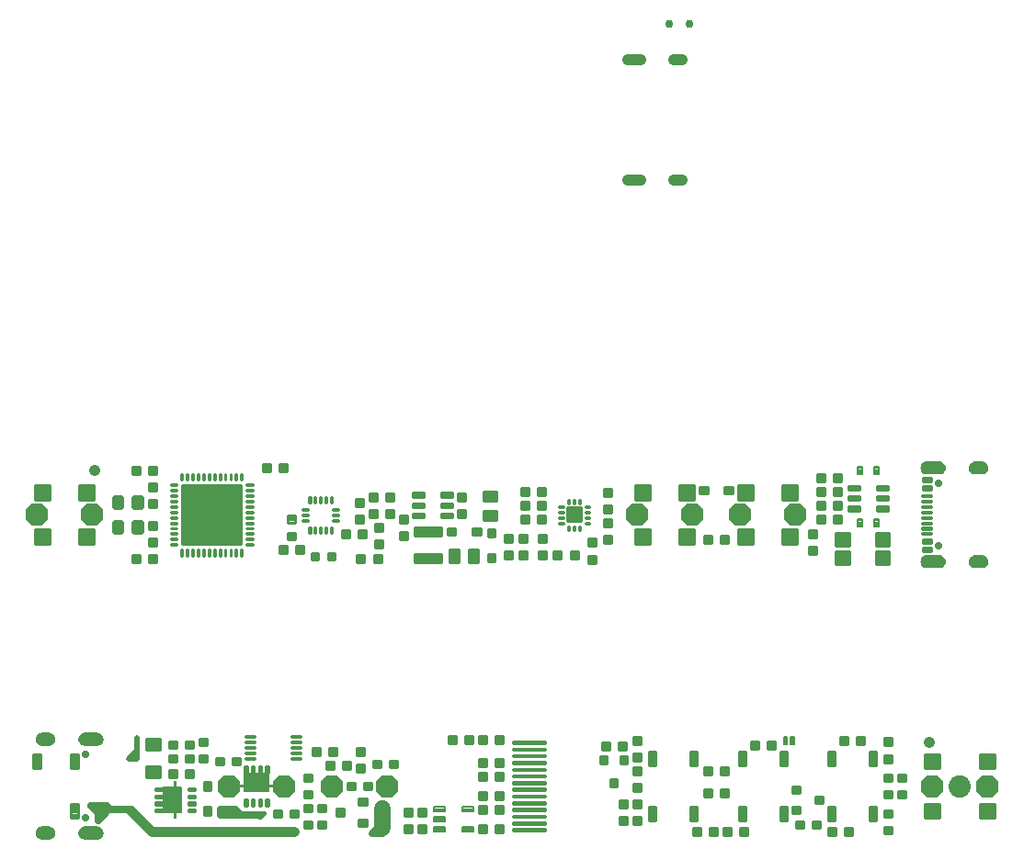
<source format=gbr>
G04 EAGLE Gerber RS-274X export*
G75*
%MOMM*%
%FSLAX34Y34*%
%LPD*%
%INSoldermask Bottom*%
%IPPOS*%
%AMOC8*
5,1,8,0,0,1.08239X$1,22.5*%
G01*
%ADD10C,1.524000*%
%ADD11C,0.914400*%
%ADD12C,0.635000*%
%ADD13C,0.660400*%
%ADD14C,0.558800*%
%ADD15C,0.508000*%
%ADD16C,0.711200*%
%ADD17C,0.406400*%
%ADD18C,1.050800*%
%ADD19C,0.750800*%
%ADD20C,0.272541*%
%ADD21C,0.700800*%
%ADD22C,0.216575*%
%ADD23C,0.252447*%
%ADD24C,0.307338*%
%ADD25C,0.246731*%
%ADD26C,0.201747*%
%ADD27C,0.369822*%
%ADD28C,0.243838*%
%ADD29C,0.275731*%
%ADD30C,2.050800*%
%ADD31C,0.280559*%
%ADD32C,0.425194*%
%ADD33P,2.246825X8X112.500000*%
%ADD34C,0.182878*%
%ADD35C,1.050800*%
%ADD36C,0.598416*%
%ADD37C,0.277131*%
%ADD38C,0.339047*%
%ADD39C,0.345181*%
%ADD40C,0.234866*%
%ADD41C,0.421450*%
%ADD42C,0.414550*%
%ADD43C,0.309372*%
%ADD44C,0.340272*%
%ADD45C,0.406222*%
%ADD46C,0.445606*%

G36*
X190878Y86519D02*
X190878Y86519D01*
X190880Y86518D01*
X190923Y86538D01*
X190967Y86556D01*
X190967Y86558D01*
X190969Y86559D01*
X191002Y86644D01*
X191002Y91624D01*
X195610Y91624D01*
X195612Y91625D01*
X195614Y91624D01*
X195657Y91644D01*
X195701Y91662D01*
X195701Y91664D01*
X195703Y91665D01*
X195736Y91750D01*
X195736Y115250D01*
X195735Y115252D01*
X195736Y115254D01*
X195716Y115297D01*
X195698Y115341D01*
X195696Y115341D01*
X195695Y115343D01*
X195610Y115376D01*
X191002Y115376D01*
X191002Y120518D01*
X191001Y120520D01*
X191002Y120522D01*
X190982Y120565D01*
X190964Y120609D01*
X190962Y120609D01*
X190961Y120611D01*
X190876Y120644D01*
X188844Y120644D01*
X188842Y120643D01*
X188840Y120644D01*
X188797Y120624D01*
X188753Y120606D01*
X188753Y120604D01*
X188751Y120603D01*
X188718Y120518D01*
X188718Y115376D01*
X178110Y115376D01*
X178108Y115375D01*
X178106Y115376D01*
X178063Y115356D01*
X178019Y115338D01*
X178019Y115336D01*
X178017Y115335D01*
X177984Y115250D01*
X177984Y91750D01*
X177985Y91748D01*
X177984Y91746D01*
X178004Y91703D01*
X178022Y91659D01*
X178024Y91659D01*
X178025Y91657D01*
X178110Y91624D01*
X188718Y91624D01*
X188718Y86644D01*
X188719Y86642D01*
X188718Y86640D01*
X188738Y86597D01*
X188756Y86553D01*
X188758Y86553D01*
X188759Y86551D01*
X188844Y86518D01*
X190876Y86518D01*
X190878Y86519D01*
G37*
G36*
X276288Y110325D02*
X276288Y110325D01*
X276290Y110324D01*
X276333Y110344D01*
X276377Y110362D01*
X276377Y110364D01*
X276379Y110365D01*
X276412Y110450D01*
X276412Y115058D01*
X281554Y115058D01*
X281556Y115059D01*
X281558Y115058D01*
X281601Y115078D01*
X281645Y115096D01*
X281645Y115098D01*
X281647Y115099D01*
X281680Y115184D01*
X281680Y117216D01*
X281679Y117218D01*
X281680Y117220D01*
X281660Y117263D01*
X281642Y117307D01*
X281640Y117307D01*
X281639Y117309D01*
X281554Y117342D01*
X276412Y117342D01*
X276412Y127950D01*
X276411Y127952D01*
X276412Y127954D01*
X276392Y127997D01*
X276374Y128041D01*
X276372Y128041D01*
X276371Y128043D01*
X276286Y128076D01*
X252786Y128076D01*
X252784Y128075D01*
X252782Y128076D01*
X252739Y128056D01*
X252695Y128038D01*
X252695Y128036D01*
X252693Y128035D01*
X252660Y127950D01*
X252660Y117342D01*
X247680Y117342D01*
X247678Y117341D01*
X247676Y117342D01*
X247633Y117322D01*
X247589Y117304D01*
X247589Y117302D01*
X247587Y117301D01*
X247554Y117216D01*
X247554Y115184D01*
X247555Y115182D01*
X247554Y115180D01*
X247574Y115137D01*
X247592Y115093D01*
X247594Y115093D01*
X247595Y115091D01*
X247680Y115058D01*
X252660Y115058D01*
X252660Y110450D01*
X252661Y110448D01*
X252660Y110446D01*
X252680Y110403D01*
X252698Y110359D01*
X252700Y110359D01*
X252701Y110357D01*
X252786Y110324D01*
X276286Y110324D01*
X276288Y110325D01*
G37*
G36*
X118084Y153354D02*
X118084Y153354D01*
X118087Y153351D01*
X119209Y153506D01*
X119214Y153511D01*
X119218Y153508D01*
X120289Y153879D01*
X120293Y153885D01*
X120298Y153883D01*
X121275Y154456D01*
X121278Y154462D01*
X121283Y154461D01*
X122130Y155214D01*
X122132Y155221D01*
X122137Y155221D01*
X122821Y156124D01*
X122821Y156131D01*
X122826Y156132D01*
X123321Y157151D01*
X123319Y157158D01*
X123324Y157160D01*
X123611Y158257D01*
X123609Y158261D01*
X123611Y158262D01*
X123609Y158264D01*
X123612Y158266D01*
X123679Y159397D01*
X123677Y159401D01*
X123679Y159403D01*
X123612Y160534D01*
X123607Y160539D01*
X123611Y160543D01*
X123324Y161640D01*
X123318Y161644D01*
X123321Y161649D01*
X122826Y162668D01*
X122820Y162671D01*
X122821Y162676D01*
X122137Y163579D01*
X122130Y163581D01*
X122130Y163586D01*
X121283Y164339D01*
X121276Y164339D01*
X121275Y164344D01*
X120298Y164917D01*
X120291Y164916D01*
X120289Y164921D01*
X119218Y165292D01*
X119212Y165289D01*
X119209Y165294D01*
X118087Y165449D01*
X118082Y165446D01*
X118080Y165449D01*
X106080Y165449D01*
X106075Y165446D01*
X106072Y165449D01*
X104805Y165244D01*
X104799Y165238D01*
X104795Y165241D01*
X103605Y164759D01*
X103601Y164752D01*
X103595Y164754D01*
X102542Y164020D01*
X102540Y164012D01*
X102534Y164013D01*
X101671Y163063D01*
X101670Y163054D01*
X101665Y163054D01*
X101035Y161935D01*
X101036Y161927D01*
X101030Y161925D01*
X100665Y160695D01*
X100668Y160687D01*
X100663Y160684D01*
X100581Y159403D01*
X100584Y159399D01*
X100581Y159397D01*
X100663Y158116D01*
X100669Y158110D01*
X100665Y158105D01*
X101030Y156875D01*
X101037Y156870D01*
X101035Y156865D01*
X101665Y155746D01*
X101672Y155743D01*
X101671Y155737D01*
X102534Y154787D01*
X102542Y154786D01*
X102542Y154780D01*
X103595Y154046D01*
X103603Y154046D01*
X103605Y154041D01*
X104795Y153559D01*
X104802Y153561D01*
X104805Y153556D01*
X106072Y153351D01*
X106077Y153354D01*
X106080Y153351D01*
X118080Y153351D01*
X118084Y153354D01*
G37*
G36*
X118084Y66954D02*
X118084Y66954D01*
X118087Y66951D01*
X119209Y67106D01*
X119214Y67111D01*
X119218Y67108D01*
X120289Y67479D01*
X120293Y67485D01*
X120298Y67483D01*
X121275Y68056D01*
X121278Y68062D01*
X121283Y68061D01*
X122130Y68814D01*
X122132Y68821D01*
X122137Y68821D01*
X122821Y69724D01*
X122821Y69731D01*
X122826Y69732D01*
X123321Y70751D01*
X123319Y70758D01*
X123324Y70760D01*
X123611Y71857D01*
X123609Y71861D01*
X123611Y71862D01*
X123609Y71864D01*
X123612Y71866D01*
X123679Y72997D01*
X123677Y73001D01*
X123679Y73003D01*
X123612Y74134D01*
X123607Y74139D01*
X123611Y74143D01*
X123324Y75240D01*
X123318Y75244D01*
X123321Y75249D01*
X122826Y76268D01*
X122820Y76271D01*
X122821Y76276D01*
X122137Y77179D01*
X122130Y77181D01*
X122130Y77186D01*
X121283Y77939D01*
X121276Y77939D01*
X121275Y77944D01*
X120298Y78517D01*
X120291Y78516D01*
X120289Y78521D01*
X119218Y78892D01*
X119212Y78889D01*
X119209Y78894D01*
X118087Y79049D01*
X118082Y79046D01*
X118080Y79049D01*
X106080Y79049D01*
X106075Y79046D01*
X106072Y79049D01*
X104805Y78844D01*
X104799Y78838D01*
X104795Y78841D01*
X103605Y78359D01*
X103601Y78352D01*
X103595Y78354D01*
X102542Y77620D01*
X102540Y77612D01*
X102534Y77613D01*
X101671Y76663D01*
X101670Y76654D01*
X101665Y76654D01*
X101035Y75535D01*
X101036Y75527D01*
X101030Y75525D01*
X100665Y74295D01*
X100668Y74287D01*
X100663Y74284D01*
X100581Y73003D01*
X100584Y72999D01*
X100581Y72997D01*
X100663Y71716D01*
X100669Y71710D01*
X100665Y71705D01*
X101030Y70475D01*
X101037Y70470D01*
X101035Y70465D01*
X101665Y69346D01*
X101672Y69343D01*
X101671Y69337D01*
X102534Y68387D01*
X102542Y68386D01*
X102542Y68380D01*
X103595Y67646D01*
X103603Y67646D01*
X103605Y67641D01*
X104795Y67159D01*
X104802Y67161D01*
X104805Y67156D01*
X106072Y66951D01*
X106077Y66954D01*
X106080Y66951D01*
X118080Y66951D01*
X118084Y66954D01*
G37*
G36*
X893925Y403354D02*
X893925Y403354D01*
X893928Y403351D01*
X895195Y403556D01*
X895201Y403562D01*
X895206Y403559D01*
X896395Y404041D01*
X896399Y404048D01*
X896405Y404046D01*
X897458Y404780D01*
X897460Y404788D01*
X897466Y404787D01*
X898329Y405737D01*
X898330Y405746D01*
X898335Y405746D01*
X898965Y406865D01*
X898964Y406873D01*
X898970Y406875D01*
X899335Y408105D01*
X899332Y408112D01*
X899336Y408115D01*
X899335Y408115D01*
X899337Y408116D01*
X899419Y409397D01*
X899417Y409401D01*
X899419Y409403D01*
X899337Y410684D01*
X899331Y410690D01*
X899335Y410695D01*
X898970Y411925D01*
X898963Y411930D01*
X898965Y411935D01*
X898335Y413054D01*
X898328Y413057D01*
X898329Y413063D01*
X897466Y414013D01*
X897458Y414014D01*
X897458Y414020D01*
X896405Y414754D01*
X896397Y414754D01*
X896395Y414759D01*
X895206Y415241D01*
X895198Y415239D01*
X895195Y415244D01*
X893928Y415449D01*
X893923Y415446D01*
X893920Y415449D01*
X881920Y415449D01*
X881916Y415446D01*
X881913Y415449D01*
X880791Y415294D01*
X880786Y415289D01*
X880782Y415292D01*
X879711Y414921D01*
X879707Y414915D01*
X879702Y414917D01*
X878725Y414344D01*
X878722Y414338D01*
X878717Y414339D01*
X877870Y413586D01*
X877868Y413579D01*
X877863Y413579D01*
X877179Y412676D01*
X877179Y412669D01*
X877174Y412668D01*
X876679Y411649D01*
X876681Y411642D01*
X876679Y411641D01*
X876676Y411640D01*
X876389Y410543D01*
X876392Y410537D01*
X876388Y410534D01*
X876321Y409403D01*
X876323Y409399D01*
X876321Y409397D01*
X876388Y408266D01*
X876393Y408261D01*
X876389Y408257D01*
X876676Y407160D01*
X876682Y407156D01*
X876679Y407151D01*
X877174Y406132D01*
X877180Y406129D01*
X877179Y406124D01*
X877863Y405221D01*
X877870Y405219D01*
X877870Y405214D01*
X878717Y404461D01*
X878724Y404461D01*
X878725Y404456D01*
X879702Y403883D01*
X879709Y403884D01*
X879711Y403879D01*
X880782Y403508D01*
X880788Y403511D01*
X880791Y403506D01*
X881913Y403351D01*
X881918Y403354D01*
X881920Y403351D01*
X893920Y403351D01*
X893925Y403354D01*
G37*
G36*
X893925Y316954D02*
X893925Y316954D01*
X893928Y316951D01*
X895195Y317156D01*
X895201Y317162D01*
X895206Y317159D01*
X896395Y317641D01*
X896399Y317648D01*
X896405Y317646D01*
X897458Y318380D01*
X897460Y318388D01*
X897466Y318387D01*
X898329Y319337D01*
X898330Y319346D01*
X898335Y319346D01*
X898965Y320465D01*
X898964Y320473D01*
X898970Y320475D01*
X899335Y321705D01*
X899332Y321712D01*
X899336Y321715D01*
X899335Y321715D01*
X899337Y321716D01*
X899419Y322997D01*
X899417Y323001D01*
X899419Y323003D01*
X899337Y324284D01*
X899331Y324290D01*
X899335Y324295D01*
X898970Y325525D01*
X898963Y325530D01*
X898965Y325535D01*
X898335Y326654D01*
X898328Y326657D01*
X898329Y326663D01*
X897466Y327613D01*
X897458Y327614D01*
X897458Y327620D01*
X896405Y328354D01*
X896397Y328354D01*
X896395Y328359D01*
X895206Y328841D01*
X895198Y328839D01*
X895195Y328844D01*
X893928Y329049D01*
X893923Y329046D01*
X893920Y329049D01*
X881920Y329049D01*
X881916Y329046D01*
X881913Y329049D01*
X880791Y328894D01*
X880786Y328889D01*
X880782Y328892D01*
X879711Y328521D01*
X879707Y328515D01*
X879702Y328517D01*
X878725Y327944D01*
X878722Y327938D01*
X878717Y327939D01*
X877870Y327186D01*
X877868Y327179D01*
X877863Y327179D01*
X877179Y326276D01*
X877179Y326269D01*
X877174Y326268D01*
X876679Y325249D01*
X876681Y325242D01*
X876679Y325241D01*
X876676Y325240D01*
X876389Y324143D01*
X876392Y324137D01*
X876388Y324134D01*
X876321Y323003D01*
X876323Y322999D01*
X876321Y322997D01*
X876388Y321866D01*
X876393Y321861D01*
X876389Y321857D01*
X876676Y320760D01*
X876682Y320756D01*
X876679Y320751D01*
X877174Y319732D01*
X877180Y319729D01*
X877179Y319724D01*
X877863Y318821D01*
X877870Y318819D01*
X877870Y318814D01*
X878717Y318061D01*
X878724Y318061D01*
X878725Y318056D01*
X879702Y317483D01*
X879709Y317484D01*
X879711Y317479D01*
X880782Y317108D01*
X880788Y317111D01*
X880791Y317106D01*
X881913Y316951D01*
X881918Y316954D01*
X881920Y316951D01*
X893920Y316951D01*
X893925Y316954D01*
G37*
G36*
X932723Y403353D02*
X932723Y403353D01*
X932725Y403351D01*
X933890Y403471D01*
X933896Y403476D01*
X933900Y403473D01*
X935019Y403817D01*
X935023Y403823D01*
X935028Y403821D01*
X936059Y404378D01*
X936062Y404384D01*
X936067Y404383D01*
X936969Y405130D01*
X936971Y405137D01*
X936976Y405137D01*
X937715Y406045D01*
X937715Y406052D01*
X937720Y406053D01*
X938268Y407089D01*
X938267Y407096D01*
X938272Y407097D01*
X938607Y408220D01*
X938605Y408227D01*
X938609Y408229D01*
X938719Y409395D01*
X938715Y409402D01*
X938719Y409405D01*
X938575Y410736D01*
X938569Y410741D01*
X938572Y410746D01*
X938136Y412011D01*
X938129Y412016D01*
X938131Y412021D01*
X937424Y413157D01*
X937416Y413160D01*
X937417Y413166D01*
X936475Y414116D01*
X936467Y414117D01*
X936466Y414122D01*
X935336Y414839D01*
X935328Y414838D01*
X935326Y414844D01*
X934065Y415291D01*
X934058Y415289D01*
X934055Y415294D01*
X932726Y415449D01*
X932722Y415447D01*
X932720Y415449D01*
X926720Y415449D01*
X926717Y415447D01*
X926715Y415449D01*
X925373Y415303D01*
X925367Y415298D01*
X925363Y415301D01*
X924087Y414861D01*
X924083Y414854D01*
X924077Y414856D01*
X922932Y414143D01*
X922929Y414135D01*
X922923Y414136D01*
X921965Y413186D01*
X921964Y413178D01*
X921958Y413177D01*
X921236Y412038D01*
X921236Y412033D01*
X921235Y412032D01*
X921236Y412030D01*
X921231Y412028D01*
X920780Y410757D01*
X920781Y410753D01*
X920779Y410752D01*
X920782Y410748D01*
X920778Y410746D01*
X920621Y409406D01*
X920625Y409399D01*
X920621Y409395D01*
X920742Y408220D01*
X920747Y408215D01*
X920744Y408211D01*
X921091Y407082D01*
X921097Y407078D01*
X921095Y407073D01*
X921656Y406034D01*
X921663Y406031D01*
X921661Y406026D01*
X922414Y405116D01*
X922421Y405114D01*
X922421Y405109D01*
X923337Y404363D01*
X923345Y404363D01*
X923345Y404358D01*
X924389Y403806D01*
X924397Y403807D01*
X924398Y403802D01*
X925530Y403464D01*
X925537Y403466D01*
X925539Y403462D01*
X926715Y403351D01*
X926718Y403353D01*
X926720Y403351D01*
X932720Y403351D01*
X932723Y403353D01*
G37*
G36*
X932723Y316953D02*
X932723Y316953D01*
X932725Y316951D01*
X933890Y317071D01*
X933896Y317076D01*
X933900Y317073D01*
X935019Y317417D01*
X935023Y317423D01*
X935028Y317421D01*
X936059Y317978D01*
X936062Y317984D01*
X936067Y317983D01*
X936969Y318730D01*
X936971Y318737D01*
X936976Y318737D01*
X937715Y319645D01*
X937715Y319652D01*
X937720Y319653D01*
X938268Y320689D01*
X938267Y320696D01*
X938272Y320697D01*
X938607Y321820D01*
X938605Y321827D01*
X938609Y321829D01*
X938719Y322995D01*
X938715Y323002D01*
X938719Y323005D01*
X938575Y324336D01*
X938569Y324341D01*
X938572Y324346D01*
X938136Y325611D01*
X938129Y325616D01*
X938131Y325621D01*
X937424Y326757D01*
X937416Y326760D01*
X937417Y326766D01*
X936475Y327716D01*
X936467Y327717D01*
X936466Y327722D01*
X935336Y328439D01*
X935328Y328438D01*
X935326Y328444D01*
X934065Y328891D01*
X934058Y328889D01*
X934055Y328894D01*
X932726Y329049D01*
X932722Y329047D01*
X932720Y329049D01*
X926720Y329049D01*
X926717Y329047D01*
X926715Y329049D01*
X925373Y328903D01*
X925367Y328898D01*
X925363Y328901D01*
X924087Y328461D01*
X924083Y328454D01*
X924077Y328456D01*
X922932Y327743D01*
X922929Y327735D01*
X922923Y327736D01*
X921965Y326786D01*
X921964Y326778D01*
X921958Y326777D01*
X921236Y325638D01*
X921236Y325633D01*
X921235Y325632D01*
X921236Y325630D01*
X921231Y325628D01*
X920780Y324357D01*
X920781Y324353D01*
X920779Y324352D01*
X920782Y324348D01*
X920778Y324346D01*
X920621Y323006D01*
X920625Y322999D01*
X920621Y322995D01*
X920742Y321820D01*
X920747Y321815D01*
X920744Y321811D01*
X921091Y320682D01*
X921097Y320678D01*
X921095Y320673D01*
X921656Y319634D01*
X921663Y319631D01*
X921661Y319626D01*
X922414Y318716D01*
X922421Y318714D01*
X922421Y318709D01*
X923337Y317963D01*
X923345Y317963D01*
X923345Y317958D01*
X924389Y317406D01*
X924397Y317407D01*
X924398Y317402D01*
X925530Y317064D01*
X925537Y317066D01*
X925539Y317062D01*
X926715Y316951D01*
X926718Y316953D01*
X926720Y316951D01*
X932720Y316951D01*
X932723Y316953D01*
G37*
G36*
X73283Y153353D02*
X73283Y153353D01*
X73285Y153351D01*
X74461Y153462D01*
X74466Y153467D01*
X74470Y153464D01*
X75602Y153802D01*
X75606Y153808D01*
X75611Y153806D01*
X76655Y154358D01*
X76658Y154365D01*
X76663Y154363D01*
X77579Y155109D01*
X77580Y155116D01*
X77586Y155116D01*
X78339Y156026D01*
X78339Y156033D01*
X78344Y156034D01*
X78905Y157073D01*
X78904Y157078D01*
X78908Y157080D01*
X78907Y157081D01*
X78909Y157082D01*
X79256Y158211D01*
X79256Y158212D01*
X79257Y158213D01*
X79254Y158217D01*
X79258Y158220D01*
X79379Y159395D01*
X79375Y159402D01*
X79379Y159406D01*
X79222Y160746D01*
X79217Y160752D01*
X79220Y160757D01*
X78769Y162028D01*
X78762Y162033D01*
X78764Y162038D01*
X78042Y163177D01*
X78034Y163180D01*
X78035Y163186D01*
X77077Y164136D01*
X77069Y164137D01*
X77068Y164143D01*
X75923Y164856D01*
X75915Y164855D01*
X75913Y164861D01*
X74637Y165301D01*
X74630Y165299D01*
X74627Y165303D01*
X73285Y165449D01*
X73282Y165447D01*
X73280Y165449D01*
X67280Y165449D01*
X67277Y165447D01*
X67274Y165449D01*
X65945Y165294D01*
X65939Y165288D01*
X65935Y165291D01*
X64674Y164844D01*
X64669Y164837D01*
X64664Y164839D01*
X63534Y164122D01*
X63531Y164115D01*
X63525Y164116D01*
X62583Y163166D01*
X62582Y163157D01*
X62576Y163157D01*
X61869Y162021D01*
X61870Y162013D01*
X61864Y162011D01*
X61428Y160746D01*
X61430Y160738D01*
X61425Y160736D01*
X61281Y159405D01*
X61285Y159399D01*
X61281Y159395D01*
X61391Y158229D01*
X61396Y158224D01*
X61393Y158220D01*
X61728Y157097D01*
X61734Y157093D01*
X61732Y157089D01*
X62280Y156053D01*
X62286Y156050D01*
X62285Y156045D01*
X63024Y155137D01*
X63031Y155135D01*
X63031Y155130D01*
X63933Y154383D01*
X63941Y154383D01*
X63941Y154378D01*
X64972Y153821D01*
X64979Y153822D01*
X64981Y153817D01*
X66100Y153473D01*
X66107Y153475D01*
X66110Y153471D01*
X67275Y153351D01*
X67278Y153353D01*
X67280Y153351D01*
X73280Y153351D01*
X73283Y153353D01*
G37*
G36*
X73283Y66953D02*
X73283Y66953D01*
X73285Y66951D01*
X74461Y67062D01*
X74466Y67067D01*
X74470Y67064D01*
X75602Y67402D01*
X75606Y67408D01*
X75611Y67406D01*
X76655Y67958D01*
X76658Y67965D01*
X76663Y67963D01*
X77579Y68709D01*
X77580Y68716D01*
X77586Y68716D01*
X78339Y69626D01*
X78339Y69633D01*
X78344Y69634D01*
X78905Y70673D01*
X78904Y70678D01*
X78908Y70680D01*
X78907Y70681D01*
X78909Y70682D01*
X79256Y71811D01*
X79256Y71812D01*
X79257Y71813D01*
X79254Y71817D01*
X79258Y71820D01*
X79379Y72995D01*
X79375Y73002D01*
X79379Y73006D01*
X79222Y74346D01*
X79217Y74352D01*
X79220Y74357D01*
X78769Y75628D01*
X78762Y75633D01*
X78764Y75638D01*
X78042Y76777D01*
X78034Y76780D01*
X78035Y76786D01*
X77077Y77736D01*
X77069Y77737D01*
X77068Y77743D01*
X75923Y78456D01*
X75915Y78455D01*
X75913Y78461D01*
X74637Y78901D01*
X74630Y78899D01*
X74627Y78903D01*
X73285Y79049D01*
X73282Y79047D01*
X73280Y79049D01*
X67280Y79049D01*
X67277Y79047D01*
X67274Y79049D01*
X65945Y78894D01*
X65939Y78888D01*
X65935Y78891D01*
X64674Y78444D01*
X64669Y78437D01*
X64664Y78439D01*
X63534Y77722D01*
X63531Y77715D01*
X63525Y77716D01*
X62583Y76766D01*
X62582Y76757D01*
X62576Y76757D01*
X61869Y75621D01*
X61870Y75613D01*
X61864Y75611D01*
X61428Y74346D01*
X61430Y74338D01*
X61425Y74336D01*
X61281Y73005D01*
X61285Y72999D01*
X61281Y72995D01*
X61391Y71829D01*
X61396Y71824D01*
X61393Y71820D01*
X61728Y70697D01*
X61734Y70693D01*
X61732Y70689D01*
X62280Y69653D01*
X62286Y69650D01*
X62285Y69645D01*
X63024Y68737D01*
X63031Y68735D01*
X63031Y68730D01*
X63933Y67983D01*
X63941Y67983D01*
X63941Y67978D01*
X64972Y67421D01*
X64979Y67422D01*
X64981Y67417D01*
X66100Y67073D01*
X66107Y67075D01*
X66110Y67071D01*
X67275Y66951D01*
X67278Y66953D01*
X67280Y66951D01*
X73280Y66951D01*
X73283Y66953D01*
G37*
D10*
X380360Y95880D02*
X380360Y78100D01*
D11*
X299080Y74290D02*
X168270Y74290D01*
X149220Y93340D01*
D12*
X126360Y98420D02*
X112390Y98420D01*
X118740Y84450D02*
X128900Y95880D01*
X118740Y93340D02*
X118740Y84450D01*
X118740Y93340D02*
X117470Y93340D01*
X112390Y98420D01*
X126360Y98420D02*
X128900Y95880D01*
D13*
X118740Y94610D02*
X145410Y94610D01*
X149220Y94610D01*
D14*
X149220Y90800D02*
X145410Y94610D01*
X370200Y73020D02*
X380360Y73020D01*
X376550Y79370D02*
X370200Y73020D01*
D15*
X154554Y149220D02*
X154554Y160396D01*
X154554Y149220D02*
X154554Y141600D01*
X146934Y141600D01*
X154554Y149220D01*
D16*
X250312Y89784D02*
X267076Y89784D01*
X250312Y89784D02*
X245232Y94864D01*
X232024Y94864D01*
X232024Y89784D01*
X250312Y89784D01*
D17*
X264536Y91308D02*
X271140Y91308D01*
X268092Y88260D01*
X267076Y88260D01*
D18*
X648865Y785750D02*
X656865Y785750D01*
X618865Y785750D02*
X606865Y785750D01*
X648865Y674250D02*
X656865Y674250D01*
X618865Y674250D02*
X606865Y674250D01*
D19*
X663056Y818392D03*
X645056Y818392D03*
D20*
X849787Y78897D02*
X849787Y72223D01*
X843113Y72223D01*
X843113Y78897D01*
X849787Y78897D01*
X849787Y74812D02*
X843113Y74812D01*
X843113Y77401D02*
X849787Y77401D01*
X849787Y87463D02*
X849787Y94137D01*
X849787Y87463D02*
X843113Y87463D01*
X843113Y94137D01*
X849787Y94137D01*
X849787Y90052D02*
X843113Y90052D01*
X843113Y92641D02*
X849787Y92641D01*
X688497Y77627D02*
X681823Y77627D01*
X688497Y77627D02*
X688497Y70953D01*
X681823Y70953D01*
X681823Y77627D01*
X681823Y73542D02*
X688497Y73542D01*
X688497Y76131D02*
X681823Y76131D01*
X673257Y77627D02*
X666583Y77627D01*
X673257Y77627D02*
X673257Y70953D01*
X666583Y70953D01*
X666583Y77627D01*
X666583Y73542D02*
X673257Y73542D01*
X673257Y76131D02*
X666583Y76131D01*
X694523Y70953D02*
X701197Y70953D01*
X694523Y70953D02*
X694523Y77627D01*
X701197Y77627D01*
X701197Y70953D01*
X701197Y73542D02*
X694523Y73542D01*
X694523Y76131D02*
X701197Y76131D01*
X709763Y70953D02*
X716437Y70953D01*
X709763Y70953D02*
X709763Y77627D01*
X716437Y77627D01*
X716437Y70953D01*
X716437Y73542D02*
X709763Y73542D01*
X709763Y76131D02*
X716437Y76131D01*
X735163Y157383D02*
X741837Y157383D01*
X741837Y150709D01*
X735163Y150709D01*
X735163Y157383D01*
X735163Y153298D02*
X741837Y153298D01*
X741837Y155887D02*
X735163Y155887D01*
X726597Y157383D02*
X719923Y157383D01*
X726597Y157383D02*
X726597Y150709D01*
X719923Y150709D01*
X719923Y157383D01*
X719923Y153298D02*
X726597Y153298D01*
X726597Y155887D02*
X719923Y155887D01*
X843113Y160557D02*
X849787Y160557D01*
X849787Y153883D01*
X843113Y153883D01*
X843113Y160557D01*
X843113Y156472D02*
X849787Y156472D01*
X849787Y159061D02*
X843113Y159061D01*
X843113Y144557D02*
X849787Y144557D01*
X849787Y137883D01*
X843113Y137883D01*
X843113Y144557D01*
X843113Y140472D02*
X849787Y140472D01*
X849787Y143061D02*
X843113Y143061D01*
D21*
X106830Y145100D03*
X106830Y87300D03*
D20*
X484973Y162463D02*
X491647Y162463D01*
X491647Y155789D01*
X484973Y155789D01*
X484973Y162463D01*
X484973Y158378D02*
X491647Y158378D01*
X491647Y160967D02*
X484973Y160967D01*
X476407Y162463D02*
X469733Y162463D01*
X476407Y162463D02*
X476407Y155789D01*
X469733Y155789D01*
X469733Y162463D01*
X469733Y158378D02*
X476407Y158378D01*
X476407Y160967D02*
X469733Y160967D01*
X463707Y162463D02*
X457033Y162463D01*
X463707Y162463D02*
X463707Y155789D01*
X457033Y155789D01*
X457033Y162463D01*
X457033Y158378D02*
X463707Y158378D01*
X463707Y160967D02*
X457033Y160967D01*
X448467Y162463D02*
X441793Y162463D01*
X448467Y162463D02*
X448467Y155789D01*
X441793Y155789D01*
X441793Y162463D01*
X441793Y158378D02*
X448467Y158378D01*
X448467Y160967D02*
X441793Y160967D01*
X469733Y134453D02*
X476407Y134453D01*
X469733Y134453D02*
X469733Y141127D01*
X476407Y141127D01*
X476407Y134453D01*
X476407Y137042D02*
X469733Y137042D01*
X469733Y139631D02*
X476407Y139631D01*
X484973Y134453D02*
X491647Y134453D01*
X484973Y134453D02*
X484973Y141127D01*
X491647Y141127D01*
X491647Y134453D01*
X491647Y137042D02*
X484973Y137042D01*
X484973Y139631D02*
X491647Y139631D01*
X476407Y121753D02*
X469733Y121753D01*
X469733Y128427D01*
X476407Y128427D01*
X476407Y121753D01*
X476407Y124342D02*
X469733Y124342D01*
X469733Y126931D02*
X476407Y126931D01*
X484973Y121753D02*
X491647Y121753D01*
X484973Y121753D02*
X484973Y128427D01*
X491647Y128427D01*
X491647Y121753D01*
X491647Y124342D02*
X484973Y124342D01*
X484973Y126931D02*
X491647Y126931D01*
X476407Y103973D02*
X469733Y103973D01*
X469733Y110647D01*
X476407Y110647D01*
X476407Y103973D01*
X476407Y106562D02*
X469733Y106562D01*
X469733Y109151D02*
X476407Y109151D01*
X484973Y103973D02*
X491647Y103973D01*
X484973Y103973D02*
X484973Y110647D01*
X491647Y110647D01*
X491647Y103973D01*
X491647Y106562D02*
X484973Y106562D01*
X484973Y109151D02*
X491647Y109151D01*
X599273Y103027D02*
X599273Y96353D01*
X599273Y103027D02*
X605947Y103027D01*
X605947Y96353D01*
X599273Y96353D01*
X599273Y98942D02*
X605947Y98942D01*
X605947Y101531D02*
X599273Y101531D01*
X599273Y87787D02*
X599273Y81113D01*
X599273Y87787D02*
X605947Y87787D01*
X605947Y81113D01*
X599273Y81113D01*
X599273Y83702D02*
X605947Y83702D01*
X605947Y86291D02*
X599273Y86291D01*
X611973Y96353D02*
X611973Y103027D01*
X618647Y103027D01*
X618647Y96353D01*
X611973Y96353D01*
X611973Y98942D02*
X618647Y98942D01*
X618647Y101531D02*
X611973Y101531D01*
X611973Y87787D02*
X611973Y81113D01*
X611973Y87787D02*
X618647Y87787D01*
X618647Y81113D01*
X611973Y81113D01*
X611973Y83702D02*
X618647Y83702D01*
X618647Y86291D02*
X611973Y86291D01*
D22*
X296990Y161339D02*
X296990Y162181D01*
X305332Y162181D01*
X305332Y161339D01*
X296990Y161339D01*
X296990Y157181D02*
X296990Y156339D01*
X296990Y157181D02*
X305332Y157181D01*
X305332Y156339D01*
X296990Y156339D01*
X296990Y152181D02*
X296990Y151339D01*
X296990Y152181D02*
X305332Y152181D01*
X305332Y151339D01*
X296990Y151339D01*
X296990Y147181D02*
X296990Y146339D01*
X296990Y147181D02*
X305332Y147181D01*
X305332Y146339D01*
X296990Y146339D01*
X296990Y142181D02*
X296990Y141339D01*
X296990Y142181D02*
X305332Y142181D01*
X305332Y141339D01*
X296990Y141339D01*
X263070Y141339D02*
X263070Y142181D01*
X263070Y141339D02*
X254728Y141339D01*
X254728Y142181D01*
X263070Y142181D01*
X263070Y146339D02*
X263070Y147181D01*
X263070Y146339D02*
X254728Y146339D01*
X254728Y147181D01*
X263070Y147181D01*
X263070Y151339D02*
X263070Y152181D01*
X263070Y151339D02*
X254728Y151339D01*
X254728Y152181D01*
X263070Y152181D01*
X263070Y156339D02*
X263070Y157181D01*
X263070Y156339D02*
X254728Y156339D01*
X254728Y157181D01*
X263070Y157181D01*
X263070Y161339D02*
X263070Y162181D01*
X263070Y161339D02*
X254728Y161339D01*
X254728Y162181D01*
X263070Y162181D01*
D20*
X281011Y87463D02*
X287685Y87463D01*
X281011Y87463D02*
X281011Y94137D01*
X287685Y94137D01*
X287685Y87463D01*
X287685Y90052D02*
X281011Y90052D01*
X281011Y92641D02*
X287685Y92641D01*
X296251Y87463D02*
X302925Y87463D01*
X296251Y87463D02*
X296251Y94137D01*
X302925Y94137D01*
X302925Y87463D01*
X302925Y90052D02*
X296251Y90052D01*
X296251Y92641D02*
X302925Y92641D01*
X205897Y157637D02*
X199223Y157637D01*
X205897Y157637D02*
X205897Y150963D01*
X199223Y150963D01*
X199223Y157637D01*
X199223Y153552D02*
X205897Y153552D01*
X205897Y156141D02*
X199223Y156141D01*
X190657Y157637D02*
X183983Y157637D01*
X190657Y157637D02*
X190657Y150963D01*
X183983Y150963D01*
X183983Y157637D01*
X183983Y153552D02*
X190657Y153552D01*
X190657Y156141D02*
X183983Y156141D01*
X211923Y153503D02*
X211923Y160177D01*
X218597Y160177D01*
X218597Y153503D01*
X211923Y153503D01*
X211923Y156092D02*
X218597Y156092D01*
X218597Y158681D02*
X211923Y158681D01*
X211923Y144937D02*
X211923Y138263D01*
X211923Y144937D02*
X218597Y144937D01*
X218597Y138263D01*
X211923Y138263D01*
X211923Y140852D02*
X218597Y140852D01*
X218597Y143441D02*
X211923Y143441D01*
X205897Y144937D02*
X199223Y144937D01*
X205897Y144937D02*
X205897Y138263D01*
X199223Y138263D01*
X199223Y144937D01*
X199223Y140852D02*
X205897Y140852D01*
X205897Y143441D02*
X199223Y143441D01*
X190657Y144937D02*
X183983Y144937D01*
X190657Y144937D02*
X190657Y138263D01*
X183983Y138263D01*
X183983Y144937D01*
X183983Y140852D02*
X190657Y140852D01*
X190657Y143441D02*
X183983Y143441D01*
X242403Y142397D02*
X249077Y142397D01*
X249077Y135723D01*
X242403Y135723D01*
X242403Y142397D01*
X242403Y138312D02*
X249077Y138312D01*
X249077Y140901D02*
X242403Y140901D01*
X233837Y142397D02*
X227163Y142397D01*
X233837Y142397D02*
X233837Y135723D01*
X227163Y135723D01*
X227163Y142397D01*
X227163Y138312D02*
X233837Y138312D01*
X233837Y140901D02*
X227163Y140901D01*
D23*
X275278Y104192D02*
X275278Y98208D01*
X273294Y98208D01*
X273294Y104192D01*
X275278Y104192D01*
X275278Y100606D02*
X273294Y100606D01*
X273294Y103004D02*
X275278Y103004D01*
X268778Y104192D02*
X268778Y98208D01*
X266794Y98208D01*
X266794Y104192D01*
X268778Y104192D01*
X268778Y100606D02*
X266794Y100606D01*
X266794Y103004D02*
X268778Y103004D01*
X262278Y104192D02*
X262278Y98208D01*
X260294Y98208D01*
X260294Y104192D01*
X262278Y104192D01*
X262278Y100606D02*
X260294Y100606D01*
X260294Y103004D02*
X262278Y103004D01*
X255778Y104192D02*
X255778Y98208D01*
X253794Y98208D01*
X253794Y104192D01*
X255778Y104192D01*
X255778Y100606D02*
X253794Y100606D01*
X253794Y103004D02*
X255778Y103004D01*
X255778Y128208D02*
X255778Y134192D01*
X255778Y128208D02*
X253794Y128208D01*
X253794Y134192D01*
X255778Y134192D01*
X255778Y130606D02*
X253794Y130606D01*
X253794Y133004D02*
X255778Y133004D01*
X262278Y134192D02*
X262278Y128208D01*
X260294Y128208D01*
X260294Y134192D01*
X262278Y134192D01*
X262278Y130606D02*
X260294Y130606D01*
X260294Y133004D02*
X262278Y133004D01*
X268778Y134192D02*
X268778Y128208D01*
X266794Y128208D01*
X266794Y134192D01*
X268778Y134192D01*
X268778Y130606D02*
X266794Y130606D01*
X266794Y133004D02*
X268778Y133004D01*
X275278Y134192D02*
X275278Y128208D01*
X273294Y128208D01*
X273294Y134192D01*
X275278Y134192D01*
X275278Y130606D02*
X273294Y130606D01*
X273294Y133004D02*
X275278Y133004D01*
D24*
X265794Y117458D02*
X265794Y114942D01*
X263278Y114942D01*
X263278Y117458D01*
X265794Y117458D01*
D25*
X765295Y97021D02*
X765295Y90979D01*
X758253Y90979D01*
X758253Y97021D01*
X765295Y97021D01*
X765295Y93323D02*
X758253Y93323D01*
X758253Y95667D02*
X765295Y95667D01*
X765295Y109979D02*
X765295Y116021D01*
X765295Y109979D02*
X758253Y109979D01*
X758253Y116021D01*
X765295Y116021D01*
X765295Y112323D02*
X758253Y112323D01*
X758253Y114667D02*
X765295Y114667D01*
X786295Y106521D02*
X786295Y100479D01*
X779253Y100479D01*
X779253Y106521D01*
X786295Y106521D01*
X786295Y102823D02*
X779253Y102823D01*
X779253Y105167D02*
X786295Y105167D01*
D20*
X802473Y154773D02*
X809147Y154773D01*
X802473Y154773D02*
X802473Y161447D01*
X809147Y161447D01*
X809147Y154773D01*
X809147Y157362D02*
X802473Y157362D01*
X802473Y159951D02*
X809147Y159951D01*
X817713Y154773D02*
X824387Y154773D01*
X817713Y154773D02*
X817713Y161447D01*
X824387Y161447D01*
X824387Y154773D01*
X824387Y157362D02*
X817713Y157362D01*
X817713Y159951D02*
X824387Y159951D01*
X768507Y77303D02*
X761833Y77303D01*
X761833Y83977D01*
X768507Y83977D01*
X768507Y77303D01*
X768507Y79892D02*
X761833Y79892D01*
X761833Y82481D02*
X768507Y82481D01*
X777073Y77303D02*
X783747Y77303D01*
X777073Y77303D02*
X777073Y83977D01*
X783747Y83977D01*
X783747Y77303D01*
X783747Y79892D02*
X777073Y79892D01*
X777073Y82481D02*
X783747Y82481D01*
D26*
X464706Y78466D02*
X464706Y73974D01*
X454214Y73974D01*
X454214Y78466D01*
X464706Y78466D01*
X464706Y75890D02*
X454214Y75890D01*
X454214Y77806D02*
X464706Y77806D01*
X464706Y92974D02*
X464706Y97466D01*
X464706Y92974D02*
X454214Y92974D01*
X454214Y97466D01*
X464706Y97466D01*
X464706Y94890D02*
X454214Y94890D01*
X454214Y96806D02*
X464706Y96806D01*
X438586Y78466D02*
X438586Y73974D01*
X428094Y73974D01*
X428094Y78466D01*
X438586Y78466D01*
X438586Y75890D02*
X428094Y75890D01*
X428094Y77806D02*
X438586Y77806D01*
X438586Y83474D02*
X438586Y87966D01*
X438586Y83474D02*
X428094Y83474D01*
X428094Y87966D01*
X438586Y87966D01*
X438586Y85390D02*
X428094Y85390D01*
X428094Y87306D02*
X438586Y87306D01*
X438586Y92974D02*
X438586Y97466D01*
X438586Y92974D02*
X428094Y92974D01*
X428094Y97466D01*
X438586Y97466D01*
X438586Y94890D02*
X428094Y94890D01*
X428094Y96806D02*
X438586Y96806D01*
D20*
X350677Y138333D02*
X344003Y138333D01*
X350677Y138333D02*
X350677Y131659D01*
X344003Y131659D01*
X344003Y138333D01*
X344003Y134248D02*
X350677Y134248D01*
X350677Y136837D02*
X344003Y136837D01*
X335437Y138333D02*
X328763Y138333D01*
X335437Y138333D02*
X335437Y131659D01*
X328763Y131659D01*
X328763Y138333D01*
X328763Y134248D02*
X335437Y134248D01*
X335437Y136837D02*
X328763Y136837D01*
X356703Y144359D02*
X356703Y151033D01*
X363377Y151033D01*
X363377Y144359D01*
X356703Y144359D01*
X356703Y146948D02*
X363377Y146948D01*
X363377Y149537D02*
X356703Y149537D01*
X356703Y135793D02*
X356703Y129119D01*
X356703Y135793D02*
X363377Y135793D01*
X363377Y129119D01*
X356703Y129119D01*
X356703Y131708D02*
X363377Y131708D01*
X363377Y134297D02*
X356703Y134297D01*
X315625Y111917D02*
X315625Y105243D01*
X308951Y105243D01*
X308951Y111917D01*
X315625Y111917D01*
X315625Y107832D02*
X308951Y107832D01*
X308951Y110421D02*
X315625Y110421D01*
X315625Y120483D02*
X315625Y127157D01*
X315625Y120483D02*
X308951Y120483D01*
X308951Y127157D01*
X315625Y127157D01*
X315625Y123072D02*
X308951Y123072D01*
X308951Y125661D02*
X315625Y125661D01*
X407827Y80167D02*
X407827Y73493D01*
X401153Y73493D01*
X401153Y80167D01*
X407827Y80167D01*
X407827Y76082D02*
X401153Y76082D01*
X401153Y78671D02*
X407827Y78671D01*
X407827Y88733D02*
X407827Y95407D01*
X407827Y88733D02*
X401153Y88733D01*
X401153Y95407D01*
X407827Y95407D01*
X407827Y91322D02*
X401153Y91322D01*
X401153Y93911D02*
X407827Y93911D01*
X420527Y80167D02*
X420527Y73493D01*
X413853Y73493D01*
X413853Y80167D01*
X420527Y80167D01*
X420527Y76082D02*
X413853Y76082D01*
X413853Y78671D02*
X420527Y78671D01*
X420527Y88733D02*
X420527Y95407D01*
X420527Y88733D02*
X413853Y88733D01*
X413853Y95407D01*
X420527Y95407D01*
X420527Y91322D02*
X413853Y91322D01*
X413853Y93911D02*
X420527Y93911D01*
D25*
X222091Y96791D02*
X222091Y89749D01*
X216049Y89749D01*
X216049Y96791D01*
X222091Y96791D01*
X222091Y92093D02*
X216049Y92093D01*
X216049Y94437D02*
X222091Y94437D01*
X222091Y96781D02*
X216049Y96781D01*
X222091Y112749D02*
X222091Y119791D01*
X222091Y112749D02*
X216049Y112749D01*
X216049Y119791D01*
X222091Y119791D01*
X222091Y115093D02*
X216049Y115093D01*
X216049Y117437D02*
X222091Y117437D01*
X222091Y119781D02*
X216049Y119781D01*
D27*
X175565Y124145D02*
X175565Y133655D01*
X175565Y124145D02*
X163515Y124145D01*
X163515Y133655D01*
X175565Y133655D01*
X175565Y127658D02*
X163515Y127658D01*
X163515Y131171D02*
X175565Y131171D01*
X175565Y149545D02*
X175565Y159055D01*
X175565Y149545D02*
X163515Y149545D01*
X163515Y159055D01*
X175565Y159055D01*
X175565Y153058D02*
X163515Y153058D01*
X163515Y156571D02*
X175565Y156571D01*
D20*
X806283Y77627D02*
X812957Y77627D01*
X812957Y70953D01*
X806283Y70953D01*
X806283Y77627D01*
X806283Y73542D02*
X812957Y73542D01*
X812957Y76131D02*
X806283Y76131D01*
X797717Y77627D02*
X791043Y77627D01*
X797717Y77627D02*
X797717Y70953D01*
X791043Y70953D01*
X791043Y77627D01*
X791043Y73542D02*
X797717Y73542D01*
X797717Y76131D02*
X791043Y76131D01*
D28*
X670225Y84145D02*
X664535Y84145D01*
X664535Y97455D01*
X670225Y97455D01*
X670225Y84145D01*
X670225Y86461D02*
X664535Y86461D01*
X664535Y88777D02*
X670225Y88777D01*
X670225Y91093D02*
X664535Y91093D01*
X664535Y93409D02*
X670225Y93409D01*
X670225Y95725D02*
X664535Y95725D01*
X664535Y134945D02*
X670225Y134945D01*
X664535Y134945D02*
X664535Y148255D01*
X670225Y148255D01*
X670225Y134945D01*
X670225Y137261D02*
X664535Y137261D01*
X664535Y139577D02*
X670225Y139577D01*
X670225Y141893D02*
X664535Y141893D01*
X664535Y144209D02*
X670225Y144209D01*
X670225Y146525D02*
X664535Y146525D01*
X632125Y84145D02*
X626435Y84145D01*
X626435Y97455D01*
X632125Y97455D01*
X632125Y84145D01*
X632125Y86461D02*
X626435Y86461D01*
X626435Y88777D02*
X632125Y88777D01*
X632125Y91093D02*
X626435Y91093D01*
X626435Y93409D02*
X632125Y93409D01*
X632125Y95725D02*
X626435Y95725D01*
X626435Y134945D02*
X632125Y134945D01*
X626435Y134945D02*
X626435Y148255D01*
X632125Y148255D01*
X632125Y134945D01*
X632125Y137261D02*
X626435Y137261D01*
X626435Y139577D02*
X632125Y139577D01*
X632125Y141893D02*
X626435Y141893D01*
X626435Y144209D02*
X632125Y144209D01*
X632125Y146525D02*
X626435Y146525D01*
X791535Y148255D02*
X797225Y148255D01*
X797225Y134945D01*
X791535Y134945D01*
X791535Y148255D01*
X791535Y137261D02*
X797225Y137261D01*
X797225Y139577D02*
X791535Y139577D01*
X791535Y141893D02*
X797225Y141893D01*
X797225Y144209D02*
X791535Y144209D01*
X791535Y146525D02*
X797225Y146525D01*
X797225Y97455D02*
X791535Y97455D01*
X797225Y97455D02*
X797225Y84145D01*
X791535Y84145D01*
X791535Y97455D01*
X791535Y86461D02*
X797225Y86461D01*
X797225Y88777D02*
X791535Y88777D01*
X791535Y91093D02*
X797225Y91093D01*
X797225Y93409D02*
X791535Y93409D01*
X791535Y95725D02*
X797225Y95725D01*
X829635Y148255D02*
X835325Y148255D01*
X835325Y134945D01*
X829635Y134945D01*
X829635Y148255D01*
X829635Y137261D02*
X835325Y137261D01*
X835325Y139577D02*
X829635Y139577D01*
X829635Y141893D02*
X835325Y141893D01*
X835325Y144209D02*
X829635Y144209D01*
X829635Y146525D02*
X835325Y146525D01*
X835325Y97455D02*
X829635Y97455D01*
X835325Y97455D02*
X835325Y84145D01*
X829635Y84145D01*
X829635Y97455D01*
X829635Y86461D02*
X835325Y86461D01*
X835325Y88777D02*
X829635Y88777D01*
X829635Y91093D02*
X835325Y91093D01*
X835325Y93409D02*
X829635Y93409D01*
X829635Y95725D02*
X835325Y95725D01*
D23*
X207852Y114242D02*
X201868Y114242D01*
X207852Y114242D02*
X207852Y112258D01*
X201868Y112258D01*
X201868Y114242D01*
X201868Y107742D02*
X207852Y107742D01*
X207852Y105758D01*
X201868Y105758D01*
X201868Y107742D01*
X201868Y101242D02*
X207852Y101242D01*
X207852Y99258D01*
X201868Y99258D01*
X201868Y101242D01*
X201868Y94742D02*
X207852Y94742D01*
X207852Y92758D01*
X201868Y92758D01*
X201868Y94742D01*
X177852Y94742D02*
X171868Y94742D01*
X177852Y94742D02*
X177852Y92758D01*
X171868Y92758D01*
X171868Y94742D01*
X171868Y101242D02*
X177852Y101242D01*
X177852Y99258D01*
X171868Y99258D01*
X171868Y101242D01*
X171868Y107742D02*
X177852Y107742D01*
X177852Y105758D01*
X171868Y105758D01*
X171868Y107742D01*
X171868Y114242D02*
X177852Y114242D01*
X177852Y112258D01*
X171868Y112258D01*
X171868Y114242D01*
D24*
X188602Y104758D02*
X191118Y104758D01*
X191118Y102242D01*
X188602Y102242D01*
X188602Y104758D01*
D20*
X190657Y124293D02*
X183983Y124293D01*
X183983Y130967D01*
X190657Y130967D01*
X190657Y124293D01*
X190657Y126882D02*
X183983Y126882D01*
X183983Y129471D02*
X190657Y129471D01*
X199223Y124293D02*
X205897Y124293D01*
X199223Y124293D02*
X199223Y130967D01*
X205897Y130967D01*
X205897Y124293D01*
X205897Y126882D02*
X199223Y126882D01*
X199223Y129471D02*
X205897Y129471D01*
D25*
X358899Y104591D02*
X358899Y98549D01*
X358899Y104591D02*
X365941Y104591D01*
X365941Y98549D01*
X358899Y98549D01*
X358899Y100893D02*
X365941Y100893D01*
X365941Y103237D02*
X358899Y103237D01*
X358899Y85591D02*
X358899Y79549D01*
X358899Y85591D02*
X365941Y85591D01*
X365941Y79549D01*
X358899Y79549D01*
X358899Y81893D02*
X365941Y81893D01*
X365941Y84237D02*
X358899Y84237D01*
X337899Y89049D02*
X337899Y95091D01*
X344941Y95091D01*
X344941Y89049D01*
X337899Y89049D01*
X337899Y91393D02*
X344941Y91393D01*
X344941Y93737D02*
X337899Y93737D01*
D20*
X363815Y119537D02*
X370489Y119537D01*
X370489Y112863D01*
X363815Y112863D01*
X363815Y119537D01*
X363815Y115452D02*
X370489Y115452D01*
X370489Y118041D02*
X363815Y118041D01*
X355249Y119537D02*
X348575Y119537D01*
X355249Y119537D02*
X355249Y112863D01*
X348575Y112863D01*
X348575Y119537D01*
X348575Y115452D02*
X355249Y115452D01*
X355249Y118041D02*
X348575Y118041D01*
X328325Y83977D02*
X328325Y77303D01*
X321651Y77303D01*
X321651Y83977D01*
X328325Y83977D01*
X328325Y79892D02*
X321651Y79892D01*
X321651Y82481D02*
X328325Y82481D01*
X328325Y92543D02*
X328325Y99217D01*
X328325Y92543D02*
X321651Y92543D01*
X321651Y99217D01*
X328325Y99217D01*
X328325Y95132D02*
X321651Y95132D01*
X321651Y97721D02*
X328325Y97721D01*
X315625Y83977D02*
X315625Y77303D01*
X308951Y77303D01*
X308951Y83977D01*
X315625Y83977D01*
X315625Y79892D02*
X308951Y79892D01*
X308951Y82481D02*
X315625Y82481D01*
X315625Y92543D02*
X315625Y99217D01*
X315625Y92543D02*
X308951Y92543D01*
X308951Y99217D01*
X315625Y99217D01*
X315625Y95132D02*
X308951Y95132D01*
X308951Y97721D02*
X315625Y97721D01*
X371943Y133183D02*
X378617Y133183D01*
X371943Y133183D02*
X371943Y139857D01*
X378617Y139857D01*
X378617Y133183D01*
X378617Y135772D02*
X371943Y135772D01*
X371943Y138361D02*
X378617Y138361D01*
X387183Y133183D02*
X393857Y133183D01*
X387183Y133183D02*
X387183Y139857D01*
X393857Y139857D01*
X393857Y133183D01*
X393857Y135772D02*
X387183Y135772D01*
X387183Y138361D02*
X393857Y138361D01*
X337977Y151033D02*
X331303Y151033D01*
X337977Y151033D02*
X337977Y144359D01*
X331303Y144359D01*
X331303Y151033D01*
X331303Y146948D02*
X337977Y146948D01*
X337977Y149537D02*
X331303Y149537D01*
X322737Y151033D02*
X316063Y151033D01*
X322737Y151033D02*
X322737Y144359D01*
X316063Y144359D01*
X316063Y151033D01*
X316063Y146948D02*
X322737Y146948D01*
X322737Y149537D02*
X316063Y149537D01*
D29*
X58494Y145076D02*
X58494Y132324D01*
X58494Y145076D02*
X65246Y145076D01*
X65246Y132324D01*
X58494Y132324D01*
X58494Y134943D02*
X65246Y134943D01*
X65246Y137562D02*
X58494Y137562D01*
X58494Y140181D02*
X65246Y140181D01*
X65246Y142800D02*
X58494Y142800D01*
X93494Y145076D02*
X93494Y132324D01*
X93494Y145076D02*
X100246Y145076D01*
X100246Y132324D01*
X93494Y132324D01*
X93494Y134943D02*
X100246Y134943D01*
X100246Y137562D02*
X93494Y137562D01*
X93494Y140181D02*
X100246Y140181D01*
X100246Y142800D02*
X93494Y142800D01*
X93494Y100076D02*
X93494Y87324D01*
X93494Y100076D02*
X100246Y100076D01*
X100246Y87324D01*
X93494Y87324D01*
X93494Y89943D02*
X100246Y89943D01*
X100246Y92562D02*
X93494Y92562D01*
X93494Y95181D02*
X100246Y95181D01*
X100246Y97800D02*
X93494Y97800D01*
D20*
X484973Y97947D02*
X491647Y97947D01*
X491647Y91273D01*
X484973Y91273D01*
X484973Y97947D01*
X484973Y93862D02*
X491647Y93862D01*
X491647Y96451D02*
X484973Y96451D01*
X476407Y97947D02*
X469733Y97947D01*
X476407Y97947D02*
X476407Y91273D01*
X469733Y91273D01*
X469733Y97947D01*
X469733Y93862D02*
X476407Y93862D01*
X476407Y96451D02*
X469733Y96451D01*
X484973Y80167D02*
X491647Y80167D01*
X491647Y73493D01*
X484973Y73493D01*
X484973Y80167D01*
X484973Y76082D02*
X491647Y76082D01*
X491647Y78671D02*
X484973Y78671D01*
X476407Y80167D02*
X469733Y80167D01*
X476407Y80167D02*
X476407Y73493D01*
X469733Y73493D01*
X469733Y80167D01*
X469733Y76082D02*
X476407Y76082D01*
X476407Y78671D02*
X469733Y78671D01*
X611973Y126833D02*
X611973Y133507D01*
X618647Y133507D01*
X618647Y126833D01*
X611973Y126833D01*
X611973Y129422D02*
X618647Y129422D01*
X618647Y132011D02*
X611973Y132011D01*
X611973Y118267D02*
X611973Y111593D01*
X611973Y118267D02*
X618647Y118267D01*
X618647Y111593D01*
X611973Y111593D01*
X611973Y114182D02*
X618647Y114182D01*
X618647Y116771D02*
X611973Y116771D01*
X618647Y139533D02*
X618647Y146207D01*
X618647Y139533D02*
X611973Y139533D01*
X611973Y146207D01*
X618647Y146207D01*
X618647Y142122D02*
X611973Y142122D01*
X611973Y144711D02*
X618647Y144711D01*
X618647Y154773D02*
X618647Y161447D01*
X618647Y154773D02*
X611973Y154773D01*
X611973Y161447D01*
X618647Y161447D01*
X618647Y157362D02*
X611973Y157362D01*
X611973Y159951D02*
X618647Y159951D01*
D25*
X587241Y136649D02*
X581199Y136649D01*
X581199Y143691D01*
X587241Y143691D01*
X587241Y136649D01*
X587241Y138993D02*
X581199Y138993D01*
X581199Y141337D02*
X587241Y141337D01*
X587241Y143681D02*
X581199Y143681D01*
X600199Y136649D02*
X606241Y136649D01*
X600199Y136649D02*
X600199Y143691D01*
X606241Y143691D01*
X606241Y136649D01*
X606241Y138993D02*
X600199Y138993D01*
X600199Y141337D02*
X606241Y141337D01*
X606241Y143681D02*
X600199Y143681D01*
X596741Y115649D02*
X590699Y115649D01*
X590699Y122691D01*
X596741Y122691D01*
X596741Y115649D01*
X596741Y117993D02*
X590699Y117993D01*
X590699Y120337D02*
X596741Y120337D01*
X596741Y122681D02*
X590699Y122681D01*
D20*
X589437Y149693D02*
X582763Y149693D01*
X582763Y156367D01*
X589437Y156367D01*
X589437Y149693D01*
X589437Y152282D02*
X582763Y152282D01*
X582763Y154871D02*
X589437Y154871D01*
X598003Y149693D02*
X604677Y149693D01*
X598003Y149693D02*
X598003Y156367D01*
X604677Y156367D01*
X604677Y149693D01*
X604677Y152282D02*
X598003Y152282D01*
X598003Y154871D02*
X604677Y154871D01*
D28*
X747085Y84145D02*
X752775Y84145D01*
X747085Y84145D02*
X747085Y97455D01*
X752775Y97455D01*
X752775Y84145D01*
X752775Y86461D02*
X747085Y86461D01*
X747085Y88777D02*
X752775Y88777D01*
X752775Y91093D02*
X747085Y91093D01*
X747085Y93409D02*
X752775Y93409D01*
X752775Y95725D02*
X747085Y95725D01*
X747085Y134945D02*
X752775Y134945D01*
X747085Y134945D02*
X747085Y148255D01*
X752775Y148255D01*
X752775Y134945D01*
X752775Y137261D02*
X747085Y137261D01*
X747085Y139577D02*
X752775Y139577D01*
X752775Y141893D02*
X747085Y141893D01*
X747085Y144209D02*
X752775Y144209D01*
X752775Y146525D02*
X747085Y146525D01*
X714675Y84145D02*
X708985Y84145D01*
X708985Y97455D01*
X714675Y97455D01*
X714675Y84145D01*
X714675Y86461D02*
X708985Y86461D01*
X708985Y88777D02*
X714675Y88777D01*
X714675Y91093D02*
X708985Y91093D01*
X708985Y93409D02*
X714675Y93409D01*
X714675Y95725D02*
X708985Y95725D01*
X708985Y134945D02*
X714675Y134945D01*
X708985Y134945D02*
X708985Y148255D01*
X714675Y148255D01*
X714675Y134945D01*
X714675Y137261D02*
X708985Y137261D01*
X708985Y139577D02*
X714675Y139577D01*
X714675Y141893D02*
X708985Y141893D01*
X708985Y144209D02*
X714675Y144209D01*
X714675Y146525D02*
X708985Y146525D01*
D20*
X698657Y113187D02*
X691983Y113187D01*
X698657Y113187D02*
X698657Y106513D01*
X691983Y106513D01*
X691983Y113187D01*
X691983Y109102D02*
X698657Y109102D01*
X698657Y111691D02*
X691983Y111691D01*
X683417Y113187D02*
X676743Y113187D01*
X683417Y113187D02*
X683417Y106513D01*
X676743Y106513D01*
X676743Y113187D01*
X676743Y109102D02*
X683417Y109102D01*
X683417Y111691D02*
X676743Y111691D01*
X691983Y133507D02*
X698657Y133507D01*
X698657Y126833D01*
X691983Y126833D01*
X691983Y133507D01*
X691983Y129422D02*
X698657Y129422D01*
X698657Y132011D02*
X691983Y132011D01*
X683417Y133507D02*
X676743Y133507D01*
X683417Y133507D02*
X683417Y126833D01*
X676743Y126833D01*
X676743Y133507D01*
X676743Y129422D02*
X683417Y129422D01*
X683417Y132011D02*
X676743Y132011D01*
D30*
X912490Y116200D03*
D31*
X530161Y155899D02*
X500459Y155899D01*
X500459Y157101D01*
X530161Y157101D01*
X530161Y155899D01*
X530161Y149699D02*
X500459Y149699D01*
X500459Y150901D01*
X530161Y150901D01*
X530161Y149699D01*
X530161Y143499D02*
X500459Y143499D01*
X500459Y144701D01*
X530161Y144701D01*
X530161Y143499D01*
X530161Y137299D02*
X500459Y137299D01*
X500459Y138501D01*
X530161Y138501D01*
X530161Y137299D01*
X530161Y131099D02*
X500459Y131099D01*
X500459Y132301D01*
X530161Y132301D01*
X530161Y131099D01*
X530161Y124899D02*
X500459Y124899D01*
X500459Y126101D01*
X530161Y126101D01*
X530161Y124899D01*
X530161Y118699D02*
X500459Y118699D01*
X500459Y119901D01*
X530161Y119901D01*
X530161Y118699D01*
X530161Y112499D02*
X500459Y112499D01*
X500459Y113701D01*
X530161Y113701D01*
X530161Y112499D01*
X530161Y106299D02*
X500459Y106299D01*
X500459Y107501D01*
X530161Y107501D01*
X530161Y106299D01*
X530161Y100099D02*
X500459Y100099D01*
X500459Y101301D01*
X530161Y101301D01*
X530161Y100099D01*
X530161Y93899D02*
X500459Y93899D01*
X500459Y95101D01*
X530161Y95101D01*
X530161Y93899D01*
X530161Y87699D02*
X500459Y87699D01*
X500459Y88901D01*
X530161Y88901D01*
X530161Y87699D01*
X530161Y81499D02*
X500459Y81499D01*
X500459Y82701D01*
X530161Y82701D01*
X530161Y81499D01*
X530161Y75299D02*
X500459Y75299D01*
X500459Y76501D01*
X530161Y76501D01*
X530161Y75299D01*
D20*
X849787Y105243D02*
X849787Y111917D01*
X849787Y105243D02*
X843113Y105243D01*
X843113Y111917D01*
X849787Y111917D01*
X849787Y107832D02*
X843113Y107832D01*
X843113Y110421D02*
X849787Y110421D01*
X849787Y120483D02*
X849787Y127157D01*
X849787Y120483D02*
X843113Y120483D01*
X843113Y127157D01*
X849787Y127157D01*
X849787Y123072D02*
X843113Y123072D01*
X843113Y125661D02*
X849787Y125661D01*
X862487Y111917D02*
X862487Y105243D01*
X855813Y105243D01*
X855813Y111917D01*
X862487Y111917D01*
X862487Y107832D02*
X855813Y107832D01*
X855813Y110421D02*
X862487Y110421D01*
X862487Y120483D02*
X862487Y127157D01*
X862487Y120483D02*
X855813Y120483D01*
X855813Y127157D01*
X862487Y127157D01*
X862487Y123072D02*
X855813Y123072D01*
X855813Y125661D02*
X862487Y125661D01*
D32*
X943638Y133312D02*
X943638Y144808D01*
X943638Y133312D02*
X932142Y133312D01*
X932142Y144808D01*
X943638Y144808D01*
X943638Y137351D02*
X932142Y137351D01*
X932142Y141390D02*
X943638Y141390D01*
X892838Y144808D02*
X892838Y133312D01*
X881342Y133312D01*
X881342Y144808D01*
X892838Y144808D01*
X892838Y137351D02*
X881342Y137351D01*
X881342Y141390D02*
X892838Y141390D01*
X943638Y99088D02*
X943638Y87592D01*
X932142Y87592D01*
X932142Y99088D01*
X943638Y99088D01*
X943638Y91631D02*
X932142Y91631D01*
X932142Y95670D02*
X943638Y95670D01*
X892838Y99088D02*
X892838Y87592D01*
X881342Y87592D01*
X881342Y99088D01*
X892838Y99088D01*
X892838Y91631D02*
X881342Y91631D01*
X881342Y95670D02*
X892838Y95670D01*
D33*
X239140Y116200D03*
X289940Y116200D03*
X334140Y116200D03*
X384940Y116200D03*
X887090Y116200D03*
X937890Y116200D03*
D34*
X753080Y154325D02*
X750336Y154325D01*
X750336Y161895D01*
X753080Y161895D01*
X753080Y154325D01*
X753080Y156063D02*
X750336Y156063D01*
X750336Y157801D02*
X753080Y157801D01*
X753080Y159539D02*
X750336Y159539D01*
X750336Y161277D02*
X753080Y161277D01*
X756940Y154325D02*
X759684Y154325D01*
X756940Y154325D02*
X756940Y161895D01*
X759684Y161895D01*
X759684Y154325D01*
X759684Y156063D02*
X756940Y156063D01*
X756940Y157801D02*
X759684Y157801D01*
X759684Y159539D02*
X756940Y159539D01*
X756940Y161277D02*
X759684Y161277D01*
D35*
X884550Y156840D03*
D20*
X773783Y345083D02*
X773783Y351757D01*
X780457Y351757D01*
X780457Y345083D01*
X773783Y345083D01*
X773783Y347672D02*
X780457Y347672D01*
X780457Y350261D02*
X773783Y350261D01*
X773783Y336517D02*
X773783Y329843D01*
X773783Y336517D02*
X780457Y336517D01*
X780457Y329843D01*
X773783Y329843D01*
X773783Y332432D02*
X780457Y332432D01*
X780457Y335021D02*
X773783Y335021D01*
X165453Y388263D02*
X165453Y394937D01*
X172127Y394937D01*
X172127Y388263D01*
X165453Y388263D01*
X165453Y390852D02*
X172127Y390852D01*
X172127Y393441D02*
X165453Y393441D01*
X165453Y379697D02*
X165453Y373023D01*
X165453Y379697D02*
X172127Y379697D01*
X172127Y373023D01*
X165453Y373023D01*
X165453Y375612D02*
X172127Y375612D01*
X172127Y378201D02*
X165453Y378201D01*
D36*
X134168Y381462D02*
X134168Y373938D01*
X134168Y381462D02*
X139692Y381462D01*
X139692Y373938D01*
X134168Y373938D01*
X134168Y379623D02*
X139692Y379623D01*
X152168Y358462D02*
X152168Y350938D01*
X152168Y358462D02*
X157692Y358462D01*
X157692Y350938D01*
X152168Y350938D01*
X152168Y356623D02*
X157692Y356623D01*
X134168Y358462D02*
X134168Y350938D01*
X134168Y358462D02*
X139692Y358462D01*
X139692Y350938D01*
X134168Y350938D01*
X134168Y356623D02*
X139692Y356623D01*
X152168Y373938D02*
X152168Y381462D01*
X157692Y381462D01*
X157692Y373938D01*
X152168Y373938D01*
X152168Y379623D02*
X157692Y379623D01*
D20*
X172127Y344137D02*
X172127Y337463D01*
X165453Y337463D01*
X165453Y344137D01*
X172127Y344137D01*
X172127Y340052D02*
X165453Y340052D01*
X165453Y342641D02*
X172127Y342641D01*
X172127Y352703D02*
X172127Y359377D01*
X172127Y352703D02*
X165453Y352703D01*
X165453Y359377D01*
X172127Y359377D01*
X172127Y355292D02*
X165453Y355292D01*
X165453Y357881D02*
X172127Y357881D01*
X796643Y378427D02*
X803317Y378427D01*
X803317Y371753D01*
X796643Y371753D01*
X796643Y378427D01*
X796643Y374342D02*
X803317Y374342D01*
X803317Y376931D02*
X796643Y376931D01*
X788077Y378427D02*
X781403Y378427D01*
X788077Y378427D02*
X788077Y371753D01*
X781403Y371753D01*
X781403Y378427D01*
X781403Y374342D02*
X788077Y374342D01*
X788077Y376931D02*
X781403Y376931D01*
X796643Y391127D02*
X803317Y391127D01*
X803317Y384453D01*
X796643Y384453D01*
X796643Y391127D01*
X796643Y387042D02*
X803317Y387042D01*
X803317Y389631D02*
X796643Y389631D01*
X788077Y391127D02*
X781403Y391127D01*
X788077Y391127D02*
X788077Y384453D01*
X781403Y384453D01*
X781403Y391127D01*
X781403Y387042D02*
X788077Y387042D01*
X788077Y389631D02*
X781403Y389631D01*
X156887Y403503D02*
X150213Y403503D01*
X150213Y410177D01*
X156887Y410177D01*
X156887Y403503D01*
X156887Y406092D02*
X150213Y406092D01*
X150213Y408681D02*
X156887Y408681D01*
X165453Y403503D02*
X172127Y403503D01*
X165453Y403503D02*
X165453Y410177D01*
X172127Y410177D01*
X172127Y403503D01*
X172127Y406092D02*
X165453Y406092D01*
X165453Y408681D02*
X172127Y408681D01*
X301343Y337533D02*
X308017Y337533D01*
X308017Y330859D01*
X301343Y330859D01*
X301343Y337533D01*
X301343Y333448D02*
X308017Y333448D01*
X308017Y336037D02*
X301343Y336037D01*
X292777Y337533D02*
X286103Y337533D01*
X292777Y337533D02*
X292777Y330859D01*
X286103Y330859D01*
X286103Y337533D01*
X286103Y333448D02*
X292777Y333448D01*
X292777Y336037D02*
X286103Y336037D01*
X172127Y328897D02*
X165453Y328897D01*
X172127Y328897D02*
X172127Y322223D01*
X165453Y322223D01*
X165453Y328897D01*
X165453Y324812D02*
X172127Y324812D01*
X172127Y327401D02*
X165453Y327401D01*
X156887Y328897D02*
X150213Y328897D01*
X156887Y328897D02*
X156887Y322223D01*
X150213Y322223D01*
X150213Y328897D01*
X150213Y324812D02*
X156887Y324812D01*
X156887Y327401D02*
X150213Y327401D01*
D37*
X251269Y328331D02*
X251269Y334069D01*
X251269Y328331D02*
X250531Y328331D01*
X250531Y334069D01*
X251269Y334069D01*
X251269Y330963D02*
X250531Y330963D01*
X250531Y333595D02*
X251269Y333595D01*
X246269Y334069D02*
X246269Y328331D01*
X245531Y328331D01*
X245531Y334069D01*
X246269Y334069D01*
X246269Y330963D02*
X245531Y330963D01*
X245531Y333595D02*
X246269Y333595D01*
X241269Y334069D02*
X241269Y328331D01*
X240531Y328331D01*
X240531Y334069D01*
X241269Y334069D01*
X241269Y330963D02*
X240531Y330963D01*
X240531Y333595D02*
X241269Y333595D01*
X236269Y334069D02*
X236269Y328331D01*
X235531Y328331D01*
X235531Y334069D01*
X236269Y334069D01*
X236269Y330963D02*
X235531Y330963D01*
X235531Y333595D02*
X236269Y333595D01*
X231269Y334069D02*
X231269Y328331D01*
X230531Y328331D01*
X230531Y334069D01*
X231269Y334069D01*
X231269Y330963D02*
X230531Y330963D01*
X230531Y333595D02*
X231269Y333595D01*
X226269Y334069D02*
X226269Y328331D01*
X225531Y328331D01*
X225531Y334069D01*
X226269Y334069D01*
X226269Y330963D02*
X225531Y330963D01*
X225531Y333595D02*
X226269Y333595D01*
X221269Y334069D02*
X221269Y328331D01*
X220531Y328331D01*
X220531Y334069D01*
X221269Y334069D01*
X221269Y330963D02*
X220531Y330963D01*
X220531Y333595D02*
X221269Y333595D01*
X216269Y334069D02*
X216269Y328331D01*
X215531Y328331D01*
X215531Y334069D01*
X216269Y334069D01*
X216269Y330963D02*
X215531Y330963D01*
X215531Y333595D02*
X216269Y333595D01*
X211269Y334069D02*
X211269Y328331D01*
X210531Y328331D01*
X210531Y334069D01*
X211269Y334069D01*
X211269Y330963D02*
X210531Y330963D01*
X210531Y333595D02*
X211269Y333595D01*
X206269Y334069D02*
X206269Y328331D01*
X205531Y328331D01*
X205531Y334069D01*
X206269Y334069D01*
X206269Y330963D02*
X205531Y330963D01*
X205531Y333595D02*
X206269Y333595D01*
X201269Y334069D02*
X201269Y328331D01*
X200531Y328331D01*
X200531Y334069D01*
X201269Y334069D01*
X201269Y330963D02*
X200531Y330963D01*
X200531Y333595D02*
X201269Y333595D01*
X196269Y334069D02*
X196269Y328331D01*
X195531Y328331D01*
X195531Y334069D01*
X196269Y334069D01*
X196269Y330963D02*
X195531Y330963D01*
X195531Y333595D02*
X196269Y333595D01*
D38*
X196841Y339641D02*
X249959Y339641D01*
X196841Y339641D02*
X196841Y392759D01*
X249959Y392759D01*
X249959Y339641D01*
X249959Y342861D02*
X196841Y342861D01*
X196841Y346081D02*
X249959Y346081D01*
X249959Y349301D02*
X196841Y349301D01*
X196841Y352521D02*
X249959Y352521D01*
X249959Y355741D02*
X196841Y355741D01*
X196841Y358961D02*
X249959Y358961D01*
X249959Y362181D02*
X196841Y362181D01*
X196841Y365401D02*
X249959Y365401D01*
X249959Y368621D02*
X196841Y368621D01*
X196841Y371841D02*
X249959Y371841D01*
X249959Y375061D02*
X196841Y375061D01*
X196841Y378281D02*
X249959Y378281D01*
X249959Y381501D02*
X196841Y381501D01*
X196841Y384721D02*
X249959Y384721D01*
X249959Y387941D02*
X196841Y387941D01*
X196841Y391161D02*
X249959Y391161D01*
D37*
X191269Y338331D02*
X185531Y338331D01*
X185531Y339069D01*
X191269Y339069D01*
X191269Y338331D01*
X191269Y343331D02*
X185531Y343331D01*
X185531Y344069D01*
X191269Y344069D01*
X191269Y343331D01*
X191269Y348331D02*
X185531Y348331D01*
X185531Y349069D01*
X191269Y349069D01*
X191269Y348331D01*
X191269Y353331D02*
X185531Y353331D01*
X185531Y354069D01*
X191269Y354069D01*
X191269Y353331D01*
X191269Y358331D02*
X185531Y358331D01*
X185531Y359069D01*
X191269Y359069D01*
X191269Y358331D01*
X191269Y363331D02*
X185531Y363331D01*
X185531Y364069D01*
X191269Y364069D01*
X191269Y363331D01*
X191269Y368331D02*
X185531Y368331D01*
X185531Y369069D01*
X191269Y369069D01*
X191269Y368331D01*
X191269Y373331D02*
X185531Y373331D01*
X185531Y374069D01*
X191269Y374069D01*
X191269Y373331D01*
X191269Y378331D02*
X185531Y378331D01*
X185531Y379069D01*
X191269Y379069D01*
X191269Y378331D01*
X191269Y383331D02*
X185531Y383331D01*
X185531Y384069D01*
X191269Y384069D01*
X191269Y383331D01*
X191269Y388331D02*
X185531Y388331D01*
X185531Y389069D01*
X191269Y389069D01*
X191269Y388331D01*
X191269Y393331D02*
X185531Y393331D01*
X185531Y394069D01*
X191269Y394069D01*
X191269Y393331D01*
X195531Y398331D02*
X195531Y404069D01*
X196269Y404069D01*
X196269Y398331D01*
X195531Y398331D01*
X195531Y400963D02*
X196269Y400963D01*
X196269Y403595D02*
X195531Y403595D01*
X200531Y404069D02*
X200531Y398331D01*
X200531Y404069D02*
X201269Y404069D01*
X201269Y398331D01*
X200531Y398331D01*
X200531Y400963D02*
X201269Y400963D01*
X201269Y403595D02*
X200531Y403595D01*
X205531Y404069D02*
X205531Y398331D01*
X205531Y404069D02*
X206269Y404069D01*
X206269Y398331D01*
X205531Y398331D01*
X205531Y400963D02*
X206269Y400963D01*
X206269Y403595D02*
X205531Y403595D01*
X210531Y404069D02*
X210531Y398331D01*
X210531Y404069D02*
X211269Y404069D01*
X211269Y398331D01*
X210531Y398331D01*
X210531Y400963D02*
X211269Y400963D01*
X211269Y403595D02*
X210531Y403595D01*
X215531Y404069D02*
X215531Y398331D01*
X215531Y404069D02*
X216269Y404069D01*
X216269Y398331D01*
X215531Y398331D01*
X215531Y400963D02*
X216269Y400963D01*
X216269Y403595D02*
X215531Y403595D01*
X220531Y404069D02*
X220531Y398331D01*
X220531Y404069D02*
X221269Y404069D01*
X221269Y398331D01*
X220531Y398331D01*
X220531Y400963D02*
X221269Y400963D01*
X221269Y403595D02*
X220531Y403595D01*
X225531Y404069D02*
X225531Y398331D01*
X225531Y404069D02*
X226269Y404069D01*
X226269Y398331D01*
X225531Y398331D01*
X225531Y400963D02*
X226269Y400963D01*
X226269Y403595D02*
X225531Y403595D01*
X230531Y404069D02*
X230531Y398331D01*
X230531Y404069D02*
X231269Y404069D01*
X231269Y398331D01*
X230531Y398331D01*
X230531Y400963D02*
X231269Y400963D01*
X231269Y403595D02*
X230531Y403595D01*
X235531Y404069D02*
X235531Y398331D01*
X235531Y404069D02*
X236269Y404069D01*
X236269Y398331D01*
X235531Y398331D01*
X235531Y400963D02*
X236269Y400963D01*
X236269Y403595D02*
X235531Y403595D01*
X240531Y404069D02*
X240531Y398331D01*
X240531Y404069D02*
X241269Y404069D01*
X241269Y398331D01*
X240531Y398331D01*
X240531Y400963D02*
X241269Y400963D01*
X241269Y403595D02*
X240531Y403595D01*
X245531Y404069D02*
X245531Y398331D01*
X245531Y404069D02*
X246269Y404069D01*
X246269Y398331D01*
X245531Y398331D01*
X245531Y400963D02*
X246269Y400963D01*
X246269Y403595D02*
X245531Y403595D01*
X250531Y404069D02*
X250531Y398331D01*
X250531Y404069D02*
X251269Y404069D01*
X251269Y398331D01*
X250531Y398331D01*
X250531Y400963D02*
X251269Y400963D01*
X251269Y403595D02*
X250531Y403595D01*
X255531Y394069D02*
X261269Y394069D01*
X261269Y393331D01*
X255531Y393331D01*
X255531Y394069D01*
X255531Y389069D02*
X261269Y389069D01*
X261269Y388331D01*
X255531Y388331D01*
X255531Y389069D01*
X255531Y384069D02*
X261269Y384069D01*
X261269Y383331D01*
X255531Y383331D01*
X255531Y384069D01*
X255531Y379069D02*
X261269Y379069D01*
X261269Y378331D01*
X255531Y378331D01*
X255531Y379069D01*
X255531Y374069D02*
X261269Y374069D01*
X261269Y373331D01*
X255531Y373331D01*
X255531Y374069D01*
X255531Y369069D02*
X261269Y369069D01*
X261269Y368331D01*
X255531Y368331D01*
X255531Y369069D01*
X255531Y364069D02*
X261269Y364069D01*
X261269Y363331D01*
X255531Y363331D01*
X255531Y364069D01*
X255531Y359069D02*
X261269Y359069D01*
X261269Y358331D01*
X255531Y358331D01*
X255531Y359069D01*
X255531Y354069D02*
X261269Y354069D01*
X261269Y353331D01*
X255531Y353331D01*
X255531Y354069D01*
X255531Y349069D02*
X261269Y349069D01*
X261269Y348331D01*
X255531Y348331D01*
X255531Y349069D01*
X255531Y344069D02*
X261269Y344069D01*
X261269Y343331D01*
X255531Y343331D01*
X255531Y344069D01*
X255531Y339069D02*
X261269Y339069D01*
X261269Y338331D01*
X255531Y338331D01*
X255531Y339069D01*
X562779Y352281D02*
X562779Y355819D01*
X562779Y352281D02*
X562041Y352281D01*
X562041Y355819D01*
X562779Y355819D01*
X562779Y354913D02*
X562041Y354913D01*
X557779Y355819D02*
X557779Y352281D01*
X557041Y352281D01*
X557041Y355819D01*
X557779Y355819D01*
X557779Y354913D02*
X557041Y354913D01*
X552779Y355819D02*
X552779Y352281D01*
X552041Y352281D01*
X552041Y355819D01*
X552779Y355819D01*
X552779Y354913D02*
X552041Y354913D01*
X547029Y358331D02*
X543491Y358331D01*
X543491Y359069D01*
X547029Y359069D01*
X547029Y358331D01*
X547029Y363331D02*
X543491Y363331D01*
X543491Y364069D01*
X547029Y364069D01*
X547029Y363331D01*
X547029Y368331D02*
X543491Y368331D01*
X543491Y369069D01*
X547029Y369069D01*
X547029Y368331D01*
X547029Y373331D02*
X543491Y373331D01*
X543491Y374069D01*
X547029Y374069D01*
X547029Y373331D01*
X552041Y376581D02*
X552041Y380119D01*
X552779Y380119D01*
X552779Y376581D01*
X552041Y376581D01*
X552041Y379213D02*
X552779Y379213D01*
X557041Y380119D02*
X557041Y376581D01*
X557041Y380119D02*
X557779Y380119D01*
X557779Y376581D01*
X557041Y376581D01*
X557041Y379213D02*
X557779Y379213D01*
X562041Y380119D02*
X562041Y376581D01*
X562041Y380119D02*
X562779Y380119D01*
X562779Y376581D01*
X562041Y376581D01*
X562041Y379213D02*
X562779Y379213D01*
X567791Y374069D02*
X571329Y374069D01*
X571329Y373331D01*
X567791Y373331D01*
X567791Y374069D01*
X567791Y369069D02*
X571329Y369069D01*
X571329Y368331D01*
X567791Y368331D01*
X567791Y369069D01*
X567791Y364069D02*
X571329Y364069D01*
X571329Y363331D01*
X567791Y363331D01*
X567791Y364069D01*
X567791Y359069D02*
X571329Y359069D01*
X571329Y358331D01*
X567791Y358331D01*
X567791Y359069D01*
D39*
X563188Y360422D02*
X563188Y371978D01*
X563188Y360422D02*
X551632Y360422D01*
X551632Y371978D01*
X563188Y371978D01*
X563188Y363701D02*
X551632Y363701D01*
X551632Y366980D02*
X563188Y366980D01*
X563188Y370259D02*
X551632Y370259D01*
D40*
X878040Y359180D02*
X878040Y358220D01*
X878040Y359180D02*
X886200Y359180D01*
X886200Y358220D01*
X878040Y358220D01*
X878040Y363220D02*
X878040Y364180D01*
X886200Y364180D01*
X886200Y363220D01*
X878040Y363220D01*
D41*
X878973Y334897D02*
X878973Y333003D01*
X878973Y334897D02*
X885267Y334897D01*
X885267Y333003D01*
X878973Y333003D01*
X878973Y340753D02*
X878973Y342647D01*
X885267Y342647D01*
X885267Y340753D01*
X878973Y340753D01*
D40*
X878040Y348220D02*
X878040Y349180D01*
X886200Y349180D01*
X886200Y348220D01*
X878040Y348220D01*
X878040Y353220D02*
X878040Y354180D01*
X886200Y354180D01*
X886200Y353220D01*
X878040Y353220D01*
X886200Y373220D02*
X886200Y374180D01*
X886200Y373220D02*
X878040Y373220D01*
X878040Y374180D01*
X886200Y374180D01*
X886200Y369180D02*
X886200Y368220D01*
X878040Y368220D01*
X878040Y369180D01*
X886200Y369180D01*
D41*
X885267Y397503D02*
X885267Y399397D01*
X885267Y397503D02*
X878973Y397503D01*
X878973Y399397D01*
X885267Y399397D01*
X885267Y391647D02*
X885267Y389753D01*
X878973Y389753D01*
X878973Y391647D01*
X885267Y391647D01*
D40*
X886200Y384180D02*
X886200Y383220D01*
X878040Y383220D01*
X878040Y384180D01*
X886200Y384180D01*
X886200Y379180D02*
X886200Y378220D01*
X878040Y378220D01*
X878040Y379180D01*
X886200Y379180D01*
D21*
X893170Y395100D03*
X893170Y337300D03*
D20*
X515027Y384453D02*
X508353Y384453D01*
X508353Y391127D01*
X515027Y391127D01*
X515027Y384453D01*
X515027Y387042D02*
X508353Y387042D01*
X508353Y389631D02*
X515027Y389631D01*
X523593Y384453D02*
X530267Y384453D01*
X523593Y384453D02*
X523593Y391127D01*
X530267Y391127D01*
X530267Y384453D01*
X530267Y387042D02*
X523593Y387042D01*
X523593Y389631D02*
X530267Y389631D01*
X515027Y371753D02*
X508353Y371753D01*
X508353Y378427D01*
X515027Y378427D01*
X515027Y371753D01*
X515027Y374342D02*
X508353Y374342D01*
X508353Y376931D02*
X515027Y376931D01*
X523593Y371753D02*
X530267Y371753D01*
X523593Y371753D02*
X523593Y378427D01*
X530267Y378427D01*
X530267Y371753D01*
X530267Y374342D02*
X523593Y374342D01*
X523593Y376931D02*
X530267Y376931D01*
X515027Y359053D02*
X508353Y359053D01*
X508353Y365727D01*
X515027Y365727D01*
X515027Y359053D01*
X515027Y361642D02*
X508353Y361642D01*
X508353Y364231D02*
X515027Y364231D01*
X523593Y359053D02*
X530267Y359053D01*
X523593Y359053D02*
X523593Y365727D01*
X530267Y365727D01*
X530267Y359053D01*
X530267Y361642D02*
X523593Y361642D01*
X523593Y364231D02*
X530267Y364231D01*
X524863Y347947D02*
X524863Y341273D01*
X524863Y347947D02*
X531537Y347947D01*
X531537Y341273D01*
X524863Y341273D01*
X524863Y343862D02*
X531537Y343862D01*
X531537Y346451D02*
X524863Y346451D01*
X524863Y332707D02*
X524863Y326033D01*
X524863Y332707D02*
X531537Y332707D01*
X531537Y326033D01*
X524863Y326033D01*
X524863Y328622D02*
X531537Y328622D01*
X531537Y331211D02*
X524863Y331211D01*
X507083Y341273D02*
X507083Y347947D01*
X513757Y347947D01*
X513757Y341273D01*
X507083Y341273D01*
X507083Y343862D02*
X513757Y343862D01*
X513757Y346451D02*
X507083Y346451D01*
X507083Y332707D02*
X507083Y326033D01*
X507083Y332707D02*
X513757Y332707D01*
X513757Y326033D01*
X507083Y326033D01*
X507083Y328622D02*
X513757Y328622D01*
X513757Y331211D02*
X507083Y331211D01*
X584553Y355243D02*
X584553Y361917D01*
X591227Y361917D01*
X591227Y355243D01*
X584553Y355243D01*
X584553Y357832D02*
X591227Y357832D01*
X591227Y360421D02*
X584553Y360421D01*
X584553Y346677D02*
X584553Y340003D01*
X584553Y346677D02*
X591227Y346677D01*
X591227Y340003D01*
X584553Y340003D01*
X584553Y342592D02*
X591227Y342592D01*
X591227Y345181D02*
X584553Y345181D01*
X591227Y367943D02*
X591227Y374617D01*
X591227Y367943D02*
X584553Y367943D01*
X584553Y374617D01*
X591227Y374617D01*
X591227Y370532D02*
X584553Y370532D01*
X584553Y373121D02*
X591227Y373121D01*
X591227Y383183D02*
X591227Y389857D01*
X591227Y383183D02*
X584553Y383183D01*
X584553Y389857D01*
X591227Y389857D01*
X591227Y385772D02*
X584553Y385772D01*
X584553Y388361D02*
X591227Y388361D01*
X349927Y345083D02*
X343253Y345083D01*
X343253Y351757D01*
X349927Y351757D01*
X349927Y345083D01*
X349927Y347672D02*
X343253Y347672D01*
X343253Y350261D02*
X349927Y350261D01*
X358493Y345083D02*
X365167Y345083D01*
X358493Y345083D02*
X358493Y351757D01*
X365167Y351757D01*
X365167Y345083D01*
X365167Y347672D02*
X358493Y347672D01*
X358493Y350261D02*
X365167Y350261D01*
X449933Y379373D02*
X449933Y386047D01*
X456607Y386047D01*
X456607Y379373D01*
X449933Y379373D01*
X449933Y381962D02*
X456607Y381962D01*
X456607Y384551D02*
X449933Y384551D01*
X449933Y370807D02*
X449933Y364133D01*
X449933Y370807D02*
X456607Y370807D01*
X456607Y364133D01*
X449933Y364133D01*
X449933Y366722D02*
X456607Y366722D01*
X456607Y369311D02*
X449933Y369311D01*
X390567Y370807D02*
X390567Y364133D01*
X383893Y364133D01*
X383893Y370807D01*
X390567Y370807D01*
X390567Y366722D02*
X383893Y366722D01*
X383893Y369311D02*
X390567Y369311D01*
X390567Y379373D02*
X390567Y386047D01*
X390567Y379373D02*
X383893Y379373D01*
X383893Y386047D01*
X390567Y386047D01*
X390567Y381962D02*
X383893Y381962D01*
X383893Y384551D02*
X390567Y384551D01*
X375327Y370807D02*
X375327Y364133D01*
X368653Y364133D01*
X368653Y370807D01*
X375327Y370807D01*
X375327Y366722D02*
X368653Y366722D01*
X368653Y369311D02*
X375327Y369311D01*
X375327Y379373D02*
X375327Y386047D01*
X375327Y379373D02*
X368653Y379373D01*
X368653Y386047D01*
X375327Y386047D01*
X375327Y381962D02*
X368653Y381962D01*
X368653Y384551D02*
X375327Y384551D01*
D42*
X435420Y383659D02*
X435420Y385521D01*
X443782Y385521D01*
X443782Y383659D01*
X435420Y383659D01*
X435420Y376021D02*
X435420Y374159D01*
X435420Y376021D02*
X443782Y376021D01*
X443782Y374159D01*
X435420Y374159D01*
X435420Y366521D02*
X435420Y364659D01*
X435420Y366521D02*
X443782Y366521D01*
X443782Y364659D01*
X435420Y364659D01*
X409418Y364659D02*
X409418Y366521D01*
X417780Y366521D01*
X417780Y364659D01*
X409418Y364659D01*
X409418Y383659D02*
X409418Y385521D01*
X417780Y385521D01*
X417780Y383659D01*
X409418Y383659D01*
X417780Y376021D02*
X417780Y374159D01*
X409418Y374159D01*
X409418Y376021D01*
X417780Y376021D01*
D43*
X474248Y378923D02*
X474248Y386497D01*
X485632Y386497D01*
X485632Y378923D01*
X474248Y378923D01*
X474248Y381862D02*
X485632Y381862D01*
X485632Y384801D02*
X474248Y384801D01*
X474248Y368717D02*
X474248Y361143D01*
X474248Y368717D02*
X485632Y368717D01*
X485632Y361143D01*
X474248Y361143D01*
X474248Y364082D02*
X485632Y364082D01*
X485632Y367021D02*
X474248Y367021D01*
D20*
X796643Y365727D02*
X803317Y365727D01*
X803317Y359053D01*
X796643Y359053D01*
X796643Y365727D01*
X796643Y361642D02*
X803317Y361642D01*
X803317Y364231D02*
X796643Y364231D01*
X788077Y365727D02*
X781403Y365727D01*
X788077Y365727D02*
X788077Y359053D01*
X781403Y359053D01*
X781403Y365727D01*
X781403Y361642D02*
X788077Y361642D01*
X788077Y364231D02*
X781403Y364231D01*
X796643Y403827D02*
X803317Y403827D01*
X803317Y397153D01*
X796643Y397153D01*
X796643Y403827D01*
X796643Y399742D02*
X803317Y399742D01*
X803317Y402331D02*
X796643Y402331D01*
X788077Y403827D02*
X781403Y403827D01*
X788077Y403827D02*
X788077Y397153D01*
X781403Y397153D01*
X781403Y403827D01*
X781403Y399742D02*
X788077Y399742D01*
X788077Y402331D02*
X781403Y402331D01*
X493113Y347947D02*
X493113Y341273D01*
X493113Y347947D02*
X499787Y347947D01*
X499787Y341273D01*
X493113Y341273D01*
X493113Y343862D02*
X499787Y343862D01*
X499787Y346451D02*
X493113Y346451D01*
X493113Y332707D02*
X493113Y326033D01*
X493113Y332707D02*
X499787Y332707D01*
X499787Y326033D01*
X493113Y326033D01*
X493113Y328622D02*
X499787Y328622D01*
X499787Y331211D02*
X493113Y331211D01*
D25*
X447831Y347939D02*
X440789Y347939D01*
X440789Y353981D01*
X447831Y353981D01*
X447831Y347939D01*
X447831Y350283D02*
X440789Y350283D01*
X440789Y352627D02*
X447831Y352627D01*
X463789Y347939D02*
X470831Y347939D01*
X463789Y347939D02*
X463789Y353981D01*
X470831Y353981D01*
X470831Y347939D01*
X470831Y350283D02*
X463789Y350283D01*
X463789Y352627D02*
X470831Y352627D01*
D43*
X450707Y322408D02*
X443133Y322408D01*
X443133Y333792D01*
X450707Y333792D01*
X450707Y322408D01*
X450707Y325347D02*
X443133Y325347D01*
X443133Y328286D02*
X450707Y328286D01*
X450707Y331225D02*
X443133Y331225D01*
X460913Y322408D02*
X468487Y322408D01*
X460913Y322408D02*
X460913Y333792D01*
X468487Y333792D01*
X468487Y322408D01*
X468487Y325347D02*
X460913Y325347D01*
X460913Y328286D02*
X468487Y328286D01*
X468487Y331225D02*
X460913Y331225D01*
D20*
X396593Y359053D02*
X396593Y365727D01*
X403267Y365727D01*
X403267Y359053D01*
X396593Y359053D01*
X396593Y361642D02*
X403267Y361642D01*
X403267Y364231D02*
X396593Y364231D01*
X396593Y350487D02*
X396593Y343813D01*
X396593Y350487D02*
X403267Y350487D01*
X403267Y343813D01*
X396593Y343813D01*
X396593Y346402D02*
X403267Y346402D01*
X403267Y348991D02*
X396593Y348991D01*
D44*
X410737Y329313D02*
X410737Y322707D01*
X410737Y329313D02*
X434843Y329313D01*
X434843Y322707D01*
X410737Y322707D01*
X410737Y325940D02*
X434843Y325940D01*
X434843Y329173D02*
X410737Y329173D01*
X434843Y347207D02*
X434843Y353813D01*
X434843Y347207D02*
X410737Y347207D01*
X410737Y353813D01*
X434843Y353813D01*
X434843Y350440D02*
X410737Y350440D01*
X410737Y353673D02*
X434843Y353673D01*
D45*
X846563Y332053D02*
X846563Y321607D01*
X836117Y321607D01*
X836117Y332053D01*
X846563Y332053D01*
X846563Y325466D02*
X836117Y325466D01*
X836117Y329325D02*
X846563Y329325D01*
X809563Y332053D02*
X809563Y321607D01*
X799117Y321607D01*
X799117Y332053D01*
X809563Y332053D01*
X809563Y325466D02*
X799117Y325466D01*
X799117Y329325D02*
X809563Y329325D01*
X846563Y338117D02*
X846563Y348563D01*
X846563Y338117D02*
X836117Y338117D01*
X836117Y348563D01*
X846563Y348563D01*
X846563Y341976D02*
X836117Y341976D01*
X836117Y345835D02*
X846563Y345835D01*
X809563Y348563D02*
X809563Y338117D01*
X799117Y338117D01*
X799117Y348563D01*
X809563Y348563D01*
X809563Y341976D02*
X799117Y341976D01*
X799117Y345835D02*
X809563Y345835D01*
D26*
X837666Y355334D02*
X837666Y361826D01*
X837666Y355334D02*
X833174Y355334D01*
X833174Y361826D01*
X837666Y361826D01*
X837666Y357250D02*
X833174Y357250D01*
X833174Y359166D02*
X837666Y359166D01*
X837666Y361082D02*
X833174Y361082D01*
X822666Y361826D02*
X822666Y355334D01*
X818174Y355334D01*
X818174Y361826D01*
X822666Y361826D01*
X822666Y357250D02*
X818174Y357250D01*
X818174Y359166D02*
X822666Y359166D01*
X822666Y361082D02*
X818174Y361082D01*
X818174Y403594D02*
X818174Y410086D01*
X822666Y410086D01*
X822666Y403594D01*
X818174Y403594D01*
X818174Y405510D02*
X822666Y405510D01*
X822666Y407426D02*
X818174Y407426D01*
X818174Y409342D02*
X822666Y409342D01*
X833174Y410086D02*
X833174Y403594D01*
X833174Y410086D02*
X837666Y410086D01*
X837666Y403594D01*
X833174Y403594D01*
X833174Y405510D02*
X837666Y405510D01*
X837666Y407426D02*
X833174Y407426D01*
X833174Y409342D02*
X837666Y409342D01*
D25*
X478189Y353281D02*
X478189Y346239D01*
X478189Y353281D02*
X484231Y353281D01*
X484231Y346239D01*
X478189Y346239D01*
X478189Y348583D02*
X484231Y348583D01*
X484231Y350927D02*
X478189Y350927D01*
X478189Y353271D02*
X484231Y353271D01*
X478189Y330281D02*
X478189Y323239D01*
X478189Y330281D02*
X484231Y330281D01*
X484231Y323239D01*
X478189Y323239D01*
X478189Y325583D02*
X484231Y325583D01*
X484231Y327927D02*
X478189Y327927D01*
X478189Y330271D02*
X484231Y330271D01*
D20*
X379517Y328897D02*
X379517Y322223D01*
X372843Y322223D01*
X372843Y328897D01*
X379517Y328897D01*
X379517Y324812D02*
X372843Y324812D01*
X372843Y327401D02*
X379517Y327401D01*
X363517Y328897D02*
X363517Y322223D01*
X356843Y322223D01*
X356843Y328897D01*
X363517Y328897D01*
X363517Y324812D02*
X356843Y324812D01*
X356843Y327401D02*
X363517Y327401D01*
D42*
X819100Y371009D02*
X819100Y372871D01*
X819100Y371009D02*
X810738Y371009D01*
X810738Y372871D01*
X819100Y372871D01*
X819100Y380509D02*
X819100Y382371D01*
X819100Y380509D02*
X810738Y380509D01*
X810738Y382371D01*
X819100Y382371D01*
X819100Y390009D02*
X819100Y391871D01*
X819100Y390009D02*
X810738Y390009D01*
X810738Y391871D01*
X819100Y391871D01*
X845102Y391871D02*
X845102Y390009D01*
X836740Y390009D01*
X836740Y391871D01*
X845102Y391871D01*
X845102Y372871D02*
X845102Y371009D01*
X836740Y371009D01*
X836740Y372871D01*
X845102Y372871D01*
X836740Y380509D02*
X836740Y382371D01*
X845102Y382371D01*
X845102Y380509D01*
X836740Y380509D01*
D40*
X329210Y354780D02*
X329210Y349620D01*
X328250Y349620D01*
X328250Y354780D01*
X329210Y354780D01*
X329210Y351852D02*
X328250Y351852D01*
X328250Y354084D02*
X329210Y354084D01*
X334210Y354780D02*
X334210Y349620D01*
X333250Y349620D01*
X333250Y354780D01*
X334210Y354780D01*
X334210Y351852D02*
X333250Y351852D01*
X333250Y354084D02*
X334210Y354084D01*
X324210Y354780D02*
X324210Y349620D01*
X323250Y349620D01*
X323250Y354780D01*
X324210Y354780D01*
X324210Y351852D02*
X323250Y351852D01*
X323250Y354084D02*
X324210Y354084D01*
X319210Y354780D02*
X319210Y349620D01*
X318250Y349620D01*
X318250Y354780D01*
X319210Y354780D01*
X319210Y351852D02*
X318250Y351852D01*
X318250Y354084D02*
X319210Y354084D01*
X314210Y354780D02*
X314210Y349620D01*
X313250Y349620D01*
X313250Y354780D01*
X314210Y354780D01*
X314210Y351852D02*
X313250Y351852D01*
X313250Y354084D02*
X314210Y354084D01*
X318250Y377620D02*
X318250Y382780D01*
X319210Y382780D01*
X319210Y377620D01*
X318250Y377620D01*
X318250Y379852D02*
X319210Y379852D01*
X319210Y382084D02*
X318250Y382084D01*
X314210Y382780D02*
X314210Y377620D01*
X313250Y377620D01*
X313250Y382780D01*
X314210Y382780D01*
X314210Y379852D02*
X313250Y379852D01*
X313250Y382084D02*
X314210Y382084D01*
X323250Y382780D02*
X323250Y377620D01*
X323250Y382780D02*
X324210Y382780D01*
X324210Y377620D01*
X323250Y377620D01*
X323250Y379852D02*
X324210Y379852D01*
X324210Y382084D02*
X323250Y382084D01*
X328250Y382780D02*
X328250Y377620D01*
X328250Y382780D02*
X329210Y382780D01*
X329210Y377620D01*
X328250Y377620D01*
X328250Y379852D02*
X329210Y379852D01*
X329210Y382084D02*
X328250Y382084D01*
X334210Y382780D02*
X334210Y377620D01*
X333250Y377620D01*
X333250Y382780D01*
X334210Y382780D01*
X334210Y379852D02*
X333250Y379852D01*
X333250Y382084D02*
X334210Y382084D01*
X312310Y360720D02*
X307150Y360720D01*
X307150Y361680D01*
X312310Y361680D01*
X312310Y360720D01*
X312310Y365720D02*
X307150Y365720D01*
X307150Y366680D01*
X312310Y366680D01*
X312310Y365720D01*
X312310Y370720D02*
X307150Y370720D01*
X307150Y371680D01*
X312310Y371680D01*
X312310Y370720D01*
X335150Y371680D02*
X340310Y371680D01*
X340310Y370720D01*
X335150Y370720D01*
X335150Y371680D01*
X335150Y366680D02*
X340310Y366680D01*
X340310Y365720D01*
X335150Y365720D01*
X335150Y366680D01*
X335150Y361680D02*
X340310Y361680D01*
X340310Y360720D01*
X335150Y360720D01*
X335150Y361680D01*
D20*
X355953Y374293D02*
X355953Y380967D01*
X362627Y380967D01*
X362627Y374293D01*
X355953Y374293D01*
X355953Y376882D02*
X362627Y376882D01*
X362627Y379471D02*
X355953Y379471D01*
X355953Y365727D02*
X355953Y359053D01*
X355953Y365727D02*
X362627Y365727D01*
X362627Y359053D01*
X355953Y359053D01*
X355953Y361642D02*
X362627Y361642D01*
X362627Y364231D02*
X355953Y364231D01*
D25*
X695945Y392081D02*
X702987Y392081D01*
X702987Y386039D01*
X695945Y386039D01*
X695945Y392081D01*
X695945Y388383D02*
X702987Y388383D01*
X702987Y390727D02*
X695945Y390727D01*
X679987Y392081D02*
X672945Y392081D01*
X679987Y392081D02*
X679987Y386039D01*
X672945Y386039D01*
X672945Y392081D01*
X672945Y388383D02*
X679987Y388383D01*
X679987Y390727D02*
X672945Y390727D01*
D46*
X749506Y392544D02*
X761554Y392544D01*
X761554Y380496D01*
X749506Y380496D01*
X749506Y392544D01*
X749506Y384729D02*
X761554Y384729D01*
X761554Y388962D02*
X749506Y388962D01*
X721168Y392544D02*
X709120Y392544D01*
X721168Y392544D02*
X721168Y380496D01*
X709120Y380496D01*
X709120Y392544D01*
X709120Y384729D02*
X721168Y384729D01*
X721168Y388962D02*
X709120Y388962D01*
X749506Y351904D02*
X761554Y351904D01*
X761554Y339856D01*
X749506Y339856D01*
X749506Y351904D01*
X749506Y344089D02*
X761554Y344089D01*
X761554Y348322D02*
X749506Y348322D01*
X721168Y351904D02*
X709120Y351904D01*
X721168Y351904D02*
X721168Y339856D01*
X709120Y339856D01*
X709120Y351904D01*
X709120Y344089D02*
X721168Y344089D01*
X721168Y348322D02*
X709120Y348322D01*
X666812Y392544D02*
X654764Y392544D01*
X666812Y392544D02*
X666812Y380496D01*
X654764Y380496D01*
X654764Y392544D01*
X654764Y384729D02*
X666812Y384729D01*
X666812Y388962D02*
X654764Y388962D01*
X654764Y351904D02*
X666812Y351904D01*
X666812Y339856D01*
X654764Y339856D01*
X654764Y351904D01*
X654764Y344089D02*
X666812Y344089D01*
X666812Y348322D02*
X654764Y348322D01*
X626172Y392544D02*
X614124Y392544D01*
X626172Y392544D02*
X626172Y380496D01*
X614124Y380496D01*
X614124Y392544D01*
X614124Y384729D02*
X626172Y384729D01*
X626172Y388962D02*
X614124Y388962D01*
X614124Y351904D02*
X626172Y351904D01*
X626172Y339856D01*
X614124Y339856D01*
X614124Y351904D01*
X614124Y344089D02*
X626172Y344089D01*
X626172Y348322D02*
X614124Y348322D01*
X73214Y351904D02*
X61166Y351904D01*
X73214Y351904D02*
X73214Y339856D01*
X61166Y339856D01*
X61166Y351904D01*
X61166Y344089D02*
X73214Y344089D01*
X73214Y348322D02*
X61166Y348322D01*
X101806Y392544D02*
X113854Y392544D01*
X113854Y380496D01*
X101806Y380496D01*
X101806Y392544D01*
X101806Y384729D02*
X113854Y384729D01*
X113854Y388962D02*
X101806Y388962D01*
X101806Y351904D02*
X113854Y351904D01*
X113854Y339856D01*
X101806Y339856D01*
X101806Y351904D01*
X101806Y344089D02*
X113854Y344089D01*
X113854Y348322D02*
X101806Y348322D01*
X73214Y392544D02*
X61166Y392544D01*
X73214Y392544D02*
X73214Y380496D01*
X61166Y380496D01*
X61166Y392544D01*
X61166Y384729D02*
X73214Y384729D01*
X73214Y388962D02*
X61166Y388962D01*
D20*
X538453Y332707D02*
X538453Y326033D01*
X538453Y332707D02*
X545127Y332707D01*
X545127Y326033D01*
X538453Y326033D01*
X538453Y328622D02*
X545127Y328622D01*
X545127Y331211D02*
X538453Y331211D01*
X554453Y332707D02*
X554453Y326033D01*
X554453Y332707D02*
X561127Y332707D01*
X561127Y326033D01*
X554453Y326033D01*
X554453Y328622D02*
X561127Y328622D01*
X561127Y331211D02*
X554453Y331211D01*
X300397Y343179D02*
X293723Y343179D01*
X293723Y349853D01*
X300397Y349853D01*
X300397Y343179D01*
X300397Y345768D02*
X293723Y345768D01*
X293723Y348357D02*
X300397Y348357D01*
X300397Y359179D02*
X293723Y359179D01*
X293723Y365853D01*
X300397Y365853D01*
X300397Y359179D01*
X300397Y361768D02*
X293723Y361768D01*
X293723Y364357D02*
X300397Y364357D01*
X570583Y344517D02*
X577257Y344517D01*
X577257Y337843D01*
X570583Y337843D01*
X570583Y344517D01*
X570583Y340432D02*
X577257Y340432D01*
X577257Y343021D02*
X570583Y343021D01*
X570583Y328517D02*
X577257Y328517D01*
X577257Y321843D01*
X570583Y321843D01*
X570583Y328517D01*
X570583Y324432D02*
X577257Y324432D01*
X577257Y327021D02*
X570583Y327021D01*
X336973Y331183D02*
X330299Y331183D01*
X336973Y331183D02*
X336973Y324509D01*
X330299Y324509D01*
X330299Y331183D01*
X330299Y327098D02*
X336973Y327098D01*
X336973Y329687D02*
X330299Y329687D01*
X321733Y331183D02*
X315059Y331183D01*
X321733Y331183D02*
X321733Y324509D01*
X315059Y324509D01*
X315059Y331183D01*
X315059Y327098D02*
X321733Y327098D01*
X321733Y329687D02*
X315059Y329687D01*
D33*
X760860Y366200D03*
X710060Y366200D03*
X665860Y366200D03*
X615060Y366200D03*
X112910Y366200D03*
X62110Y366200D03*
D20*
X270863Y406043D02*
X277537Y406043D01*
X270863Y406043D02*
X270863Y412717D01*
X277537Y412717D01*
X277537Y406043D01*
X277537Y408632D02*
X270863Y408632D01*
X270863Y411221D02*
X277537Y411221D01*
X286103Y406043D02*
X292777Y406043D01*
X286103Y406043D02*
X286103Y412717D01*
X292777Y412717D01*
X292777Y406043D01*
X292777Y408632D02*
X286103Y408632D01*
X286103Y411221D02*
X292777Y411221D01*
X380407Y342867D02*
X380407Y336193D01*
X373733Y336193D01*
X373733Y342867D01*
X380407Y342867D01*
X380407Y338782D02*
X373733Y338782D01*
X373733Y341371D02*
X380407Y341371D01*
X380407Y351433D02*
X380407Y358107D01*
X380407Y351433D02*
X373733Y351433D01*
X373733Y358107D01*
X380407Y358107D01*
X380407Y354022D02*
X373733Y354022D01*
X373733Y356611D02*
X380407Y356611D01*
X692249Y346677D02*
X698923Y346677D01*
X698923Y340003D01*
X692249Y340003D01*
X692249Y346677D01*
X692249Y342592D02*
X698923Y342592D01*
X698923Y345181D02*
X692249Y345181D01*
X683683Y346677D02*
X677009Y346677D01*
X683683Y346677D02*
X683683Y340003D01*
X677009Y340003D01*
X677009Y346677D01*
X677009Y342592D02*
X683683Y342592D01*
X683683Y345181D02*
X677009Y345181D01*
D35*
X115450Y406840D03*
M02*

</source>
